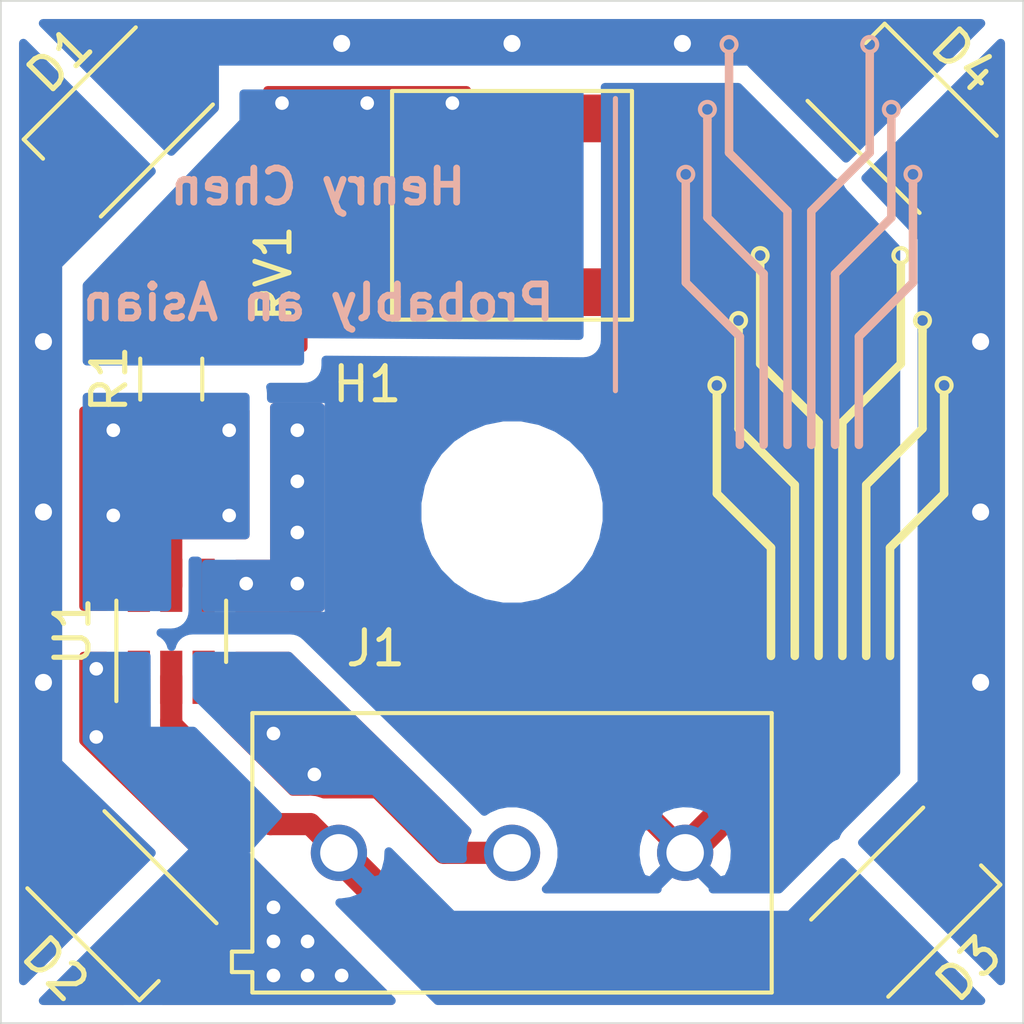
<source format=kicad_pcb>
(kicad_pcb (version 20171130) (host pcbnew "(5.1.5)-3")

  (general
    (thickness 1.6)
    (drawings 467)
    (tracks 87)
    (zones 0)
    (modules 9)
    (nets 11)
  )

  (page A4)
  (layers
    (0 F.Cu signal)
    (31 B.Cu signal)
    (32 B.Adhes user)
    (33 F.Adhes user)
    (34 B.Paste user)
    (35 F.Paste user)
    (36 B.SilkS user hide)
    (37 F.SilkS user)
    (38 B.Mask user)
    (39 F.Mask user)
    (40 Dwgs.User user)
    (41 Cmts.User user)
    (42 Eco1.User user)
    (43 Eco2.User user)
    (44 Edge.Cuts user)
    (45 Margin user)
    (46 B.CrtYd user)
    (47 F.CrtYd user)
    (48 B.Fab user)
    (49 F.Fab user hide)
  )

  (setup
    (last_trace_width 0.5)
    (trace_clearance 0.2)
    (zone_clearance 0.508)
    (zone_45_only no)
    (trace_min 0.2)
    (via_size 0.8)
    (via_drill 0.4)
    (via_min_size 0.4)
    (via_min_drill 0.3)
    (uvia_size 0.3)
    (uvia_drill 0.1)
    (uvias_allowed no)
    (uvia_min_size 0.2)
    (uvia_min_drill 0.1)
    (edge_width 0.05)
    (segment_width 0.2)
    (pcb_text_width 0.3)
    (pcb_text_size 1.5 1.5)
    (mod_edge_width 0.12)
    (mod_text_size 1 1)
    (mod_text_width 0.15)
    (pad_size 4.3 4.3)
    (pad_drill 4.3)
    (pad_to_mask_clearance 0.051)
    (solder_mask_min_width 0.25)
    (aux_axis_origin 0 0)
    (grid_origin 100 100)
    (visible_elements 7FFFFFFF)
    (pcbplotparams
      (layerselection 0x010fc_ffffffff)
      (usegerberextensions false)
      (usegerberattributes false)
      (usegerberadvancedattributes false)
      (creategerberjobfile false)
      (excludeedgelayer true)
      (linewidth 0.150000)
      (plotframeref false)
      (viasonmask false)
      (mode 1)
      (useauxorigin false)
      (hpglpennumber 1)
      (hpglpenspeed 20)
      (hpglpendiameter 15.000000)
      (psnegative false)
      (psa4output false)
      (plotreference true)
      (plotvalue true)
      (plotinvisibletext false)
      (padsonsilk false)
      (subtractmaskfromsilk false)
      (outputformat 1)
      (mirror false)
      (drillshape 1)
      (scaleselection 1)
      (outputdirectory ""))
  )

  (net 0 "")
  (net 1 VCC)
  (net 2 "Net-(D1-Pad1)")
  (net 3 "Net-(D2-Pad1)")
  (net 4 "Net-(D3-Pad1)")
  (net 5 GND)
  (net 6 /EN)
  (net 7 "Net-(R1-Pad2)")
  (net 8 "Net-(R1-Pad1)")
  (net 9 "Net-(RV1-Pad1)")
  (net 10 "Net-(D1-Pad2)")

  (net_class Default "This is the default net class."
    (clearance 0.2)
    (trace_width 0.5)
    (via_dia 0.8)
    (via_drill 0.4)
    (uvia_dia 0.3)
    (uvia_drill 0.1)
    (add_net /EN)
    (add_net GND)
    (add_net "Net-(D1-Pad1)")
    (add_net "Net-(D1-Pad2)")
    (add_net "Net-(D2-Pad1)")
    (add_net "Net-(D3-Pad1)")
    (add_net "Net-(R1-Pad1)")
    (add_net "Net-(R1-Pad2)")
    (add_net "Net-(RV1-Pad1)")
    (add_net VCC)
  )

  (module Custom:TE-C_3_Pos_Buchanan_Screw_Terminal (layer F.Cu) (tedit 5EB7838D) (tstamp 5EB75CC9)
    (at 115 95)
    (path /5EB74930)
    (fp_text reference J1 (at -4 -6) (layer F.SilkS)
      (effects (font (size 1 1) (thickness 0.15)))
    )
    (fp_text value Screw_Terminal_01x03 (at 0 -6.4) (layer F.Fab)
      (effects (font (size 1 1) (thickness 0.15)))
    )
    (fp_line (start 7.62 -4.1) (end 7.62 4.1) (layer F.SilkS) (width 0.12))
    (fp_line (start -7.62 3.5) (end -7.62 4.1) (layer F.SilkS) (width 0.12))
    (fp_line (start -8.12 -4.6) (end -8.12 2.6) (layer F.CrtYd) (width 0.12))
    (fp_line (start 8.12 -4.6) (end 8.12 4.6) (layer F.CrtYd) (width 0.12))
    (fp_line (start 8.12 -4.6) (end -8.12 -4.6) (layer F.CrtYd) (width 0.12))
    (fp_line (start -8.12 4.6) (end 8.12 4.6) (layer F.CrtYd) (width 0.12))
    (fp_line (start -8.52 2.6) (end -8.52 3.8) (layer F.CrtYd) (width 0.12))
    (fp_line (start -8.52 2.6) (end -8.12 2.6) (layer F.CrtYd) (width 0.12))
    (fp_line (start -8.12 4.6) (end -8.12 3.8) (layer F.CrtYd) (width 0.12))
    (fp_line (start -8.52 3.8) (end -8.12 3.8) (layer F.CrtYd) (width 0.12))
    (fp_text user Front (at 0 2.54) (layer Dwgs.User)
      (effects (font (size 1 1) (thickness 0.15)))
    )
    (fp_line (start -7.62 -4.1) (end 7.62 -4.1) (layer F.SilkS) (width 0.12))
    (fp_line (start -7.62 -4.1) (end -7.62 2.9) (layer F.SilkS) (width 0.12))
    (fp_line (start -7.62 2.9) (end -8.22 2.9) (layer F.SilkS) (width 0.12))
    (fp_line (start -8.22 2.9) (end -8.22 3.5) (layer F.SilkS) (width 0.12))
    (fp_line (start -8.22 3.5) (end -7.62 3.5) (layer F.SilkS) (width 0.12))
    (fp_line (start -7.62 4.1) (end 7.62 4.1) (layer F.SilkS) (width 0.12))
    (pad 1 thru_hole circle (at -5.08 0) (size 1.65 1.65) (drill 1.1) (layers *.Cu *.Mask)
      (net 1 VCC))
    (pad 2 thru_hole circle (at 0 0) (size 1.65 1.65) (drill 1.1) (layers *.Cu *.Mask)
      (net 6 /EN))
    (pad 3 thru_hole circle (at 5.08 0) (size 1.65 1.65) (drill 1.1) (layers *.Cu *.Mask)
      (net 5 GND))
  )

  (module Custom:Bourns_3361_Pot (layer F.Cu) (tedit 5EB70D02) (tstamp 5EB75CE5)
    (at 115 76 90)
    (path /5EB854CF)
    (fp_text reference RV1 (at -2 -7 90) (layer F.SilkS)
      (effects (font (size 1 1) (thickness 0.15)))
    )
    (fp_text value 20 (at 0 -7.5 90) (layer F.Fab)
      (effects (font (size 1 1) (thickness 0.15)))
    )
    (fp_line (start -3.855 5.35) (end 3.875 5.35) (layer F.CrtYd) (width 0.12))
    (fp_line (start 3.875 -5.35) (end -3.855 -5.35) (layer F.CrtYd) (width 0.12))
    (fp_line (start 3.875 5.35) (end 3.875 -5.35) (layer F.CrtYd) (width 0.12))
    (fp_line (start 3.355 3.52) (end -3.355 3.52) (layer F.SilkS) (width 0.12))
    (fp_line (start -3.355 -3.52) (end 3.355 -3.52) (layer F.SilkS) (width 0.12))
    (fp_line (start 3.355 -3.52) (end 3.355 3.52) (layer F.SilkS) (width 0.12))
    (fp_line (start -3.355 -3.52) (end -3.355 3.52) (layer F.SilkS) (width 0.12))
    (fp_line (start -3.855 5.35) (end -3.855 -5.35) (layer F.CrtYd) (width 0.12))
    (pad 3 smd rect (at 2.55 3.1 90) (size 1.4 3.5) (layers F.Cu F.Paste F.Mask)
      (net 5 GND))
    (pad 1 smd rect (at -2.55 3.1 90) (size 1.4 3.5) (layers F.Cu F.Paste F.Mask)
      (net 9 "Net-(RV1-Pad1)"))
    (pad 2 smd rect (at 0 -3.1 90) (size 1.4 3.5) (layers F.Cu F.Paste F.Mask)
      (net 7 "Net-(R1-Pad2)"))
  )

  (module Package_TO_SOT_SMD:SOT-23-6_Handsoldering (layer F.Cu) (tedit 5A02FF57) (tstamp 5EB760EC)
    (at 105 88.5 90)
    (descr "6-pin SOT-23 package, Handsoldering")
    (tags "SOT-23-6 Handsoldering")
    (path /5EB7BF0A)
    (attr smd)
    (fp_text reference U1 (at 0 -2.9 90) (layer F.SilkS)
      (effects (font (size 1 1) (thickness 0.15)))
    )
    (fp_text value AL5802 (at 0 2.9 90) (layer F.Fab)
      (effects (font (size 1 1) (thickness 0.15)))
    )
    (fp_line (start 0.9 -1.55) (end 0.9 1.55) (layer F.Fab) (width 0.1))
    (fp_line (start 0.9 1.55) (end -0.9 1.55) (layer F.Fab) (width 0.1))
    (fp_line (start -0.9 -0.9) (end -0.9 1.55) (layer F.Fab) (width 0.1))
    (fp_line (start 0.9 -1.55) (end -0.25 -1.55) (layer F.Fab) (width 0.1))
    (fp_line (start -0.9 -0.9) (end -0.25 -1.55) (layer F.Fab) (width 0.1))
    (fp_line (start -2.4 -1.8) (end 2.4 -1.8) (layer F.CrtYd) (width 0.05))
    (fp_line (start 2.4 -1.8) (end 2.4 1.8) (layer F.CrtYd) (width 0.05))
    (fp_line (start 2.4 1.8) (end -2.4 1.8) (layer F.CrtYd) (width 0.05))
    (fp_line (start -2.4 1.8) (end -2.4 -1.8) (layer F.CrtYd) (width 0.05))
    (fp_line (start 0.9 -1.61) (end -2.05 -1.61) (layer F.SilkS) (width 0.12))
    (fp_line (start -0.9 1.61) (end 0.9 1.61) (layer F.SilkS) (width 0.12))
    (fp_text user %R (at 0 0) (layer F.Fab)
      (effects (font (size 0.5 0.5) (thickness 0.075)))
    )
    (pad 5 smd rect (at 1.35 0 90) (size 1.56 0.65) (layers F.Cu F.Paste F.Mask)
      (net 8 "Net-(R1-Pad1)"))
    (pad 6 smd rect (at 1.35 -0.95 90) (size 1.56 0.65) (layers F.Cu F.Paste F.Mask)
      (net 8 "Net-(R1-Pad1)"))
    (pad 4 smd rect (at 1.35 0.95 90) (size 1.56 0.65) (layers F.Cu F.Paste F.Mask)
      (net 5 GND))
    (pad 3 smd rect (at -1.35 0.95 90) (size 1.56 0.65) (layers F.Cu F.Paste F.Mask)
      (net 6 /EN))
    (pad 2 smd rect (at -1.35 0 90) (size 1.56 0.65) (layers F.Cu F.Paste F.Mask)
      (net 1 VCC))
    (pad 1 smd rect (at -1.35 -0.95 90) (size 1.56 0.65) (layers F.Cu F.Paste F.Mask)
      (net 3 "Net-(D2-Pad1)"))
    (model ${KISYS3DMOD}/Package_TO_SOT_SMD.3dshapes/SOT-23-6.wrl
      (at (xyz 0 0 0))
      (scale (xyz 1 1 1))
      (rotate (xyz 0 0 0))
    )
  )

  (module MountingHole:MountingHole_4.3mm_M4 (layer F.Cu) (tedit 56D1B4CB) (tstamp 5EB784BA)
    (at 115 85)
    (descr "Mounting Hole 4.3mm, no annular, M4")
    (tags "mounting hole 4.3mm no annular m4")
    (path /5EB8BFEE)
    (attr virtual)
    (fp_text reference H1 (at -4.25 -3.75) (layer F.SilkS)
      (effects (font (size 1 1) (thickness 0.15)))
    )
    (fp_text value MountingHole (at 0 5.3) (layer F.Fab)
      (effects (font (size 1 1) (thickness 0.15)))
    )
    (fp_circle (center 0 0) (end 4.55 0) (layer F.CrtYd) (width 0.05))
    (fp_circle (center 0 0) (end 4.3 0) (layer Cmts.User) (width 0.15))
    (fp_text user %R (at 0.3 0) (layer F.Fab)
      (effects (font (size 1 1) (thickness 0.15)))
    )
    (pad 1 np_thru_hole circle (at 0 0) (size 4.3 4.3) (drill 4.3) (layers *.Cu *.Mask))
  )

  (module Resistor_SMD:R_1206_3216Metric_Pad1.42x1.75mm_HandSolder (layer F.Cu) (tedit 5B301BBD) (tstamp 5EB75CDA)
    (at 105 81.1 90)
    (descr "Resistor SMD 1206 (3216 Metric), square (rectangular) end terminal, IPC_7351 nominal with elongated pad for handsoldering. (Body size source: http://www.tortai-tech.com/upload/download/2011102023233369053.pdf), generated with kicad-footprint-generator")
    (tags "resistor handsolder")
    (path /5EB837D7)
    (attr smd)
    (fp_text reference R1 (at 0 -1.82 90) (layer F.SilkS)
      (effects (font (size 1 1) (thickness 0.15)))
    )
    (fp_text value 43 (at 0 1.82 90) (layer F.Fab)
      (effects (font (size 1 1) (thickness 0.15)))
    )
    (fp_text user %R (at 0 0 90) (layer F.Fab)
      (effects (font (size 0.8 0.8) (thickness 0.12)))
    )
    (fp_line (start 2.45 1.12) (end -2.45 1.12) (layer F.CrtYd) (width 0.05))
    (fp_line (start 2.45 -1.12) (end 2.45 1.12) (layer F.CrtYd) (width 0.05))
    (fp_line (start -2.45 -1.12) (end 2.45 -1.12) (layer F.CrtYd) (width 0.05))
    (fp_line (start -2.45 1.12) (end -2.45 -1.12) (layer F.CrtYd) (width 0.05))
    (fp_line (start -0.602064 0.91) (end 0.602064 0.91) (layer F.SilkS) (width 0.12))
    (fp_line (start -0.602064 -0.91) (end 0.602064 -0.91) (layer F.SilkS) (width 0.12))
    (fp_line (start 1.6 0.8) (end -1.6 0.8) (layer F.Fab) (width 0.1))
    (fp_line (start 1.6 -0.8) (end 1.6 0.8) (layer F.Fab) (width 0.1))
    (fp_line (start -1.6 -0.8) (end 1.6 -0.8) (layer F.Fab) (width 0.1))
    (fp_line (start -1.6 0.8) (end -1.6 -0.8) (layer F.Fab) (width 0.1))
    (pad 2 smd roundrect (at 1.4875 0 90) (size 1.425 1.75) (layers F.Cu F.Paste F.Mask) (roundrect_rratio 0.175439)
      (net 7 "Net-(R1-Pad2)"))
    (pad 1 smd roundrect (at -1.4875 0 90) (size 1.425 1.75) (layers F.Cu F.Paste F.Mask) (roundrect_rratio 0.175439)
      (net 8 "Net-(R1-Pad1)"))
    (model ${KISYS3DMOD}/Resistor_SMD.3dshapes/R_1206_3216Metric.wrl
      (at (xyz 0 0 0))
      (scale (xyz 1 1 1))
      (rotate (xyz 0 0 0))
    )
  )

  (module LED_SMD:LED_PLCC-2 (layer F.Cu) (tedit 59959404) (tstamp 5EB75CB1)
    (at 126.5 73.5 315)
    (descr "LED PLCC-2 SMD package")
    (tags "LED PLCC-2 SMD")
    (path /5EB70290)
    (attr smd)
    (fp_text reference D4 (at 0 -2.5 135) (layer F.SilkS)
      (effects (font (size 1 1) (thickness 0.15)))
    )
    (fp_text value LED_ALT (at 0 2.5 135) (layer F.Fab)
      (effects (font (size 1 1) (thickness 0.15)))
    )
    (fp_text user %R (at 0 0 135) (layer F.Fab)
      (effects (font (size 0.4 0.4) (thickness 0.1)))
    )
    (fp_line (start -2.4 -1.6) (end -2.4 -0.8) (layer F.SilkS) (width 0.12))
    (fp_line (start 2.25 -1.6) (end -2.4 -1.6) (layer F.SilkS) (width 0.12))
    (fp_line (start 2.25 1.6) (end -2.4 1.6) (layer F.SilkS) (width 0.12))
    (fp_line (start -2.65 1.85) (end -2.65 -1.85) (layer F.CrtYd) (width 0.05))
    (fp_line (start 2.5 1.85) (end -2.65 1.85) (layer F.CrtYd) (width 0.05))
    (fp_line (start 2.5 -1.85) (end 2.5 1.85) (layer F.CrtYd) (width 0.05))
    (fp_line (start -2.65 -1.85) (end 2.5 -1.85) (layer F.CrtYd) (width 0.05))
    (fp_line (start -1.7 1.5) (end 1.7 1.5) (layer F.Fab) (width 0.1))
    (fp_line (start -1.7 -1.5) (end -1.7 1.5) (layer F.Fab) (width 0.1))
    (fp_line (start 1.7 -1.5) (end -1.7 -1.5) (layer F.Fab) (width 0.1))
    (fp_line (start 1.7 1.5) (end 1.7 -1.5) (layer F.Fab) (width 0.1))
    (fp_line (start -1.7 -0.6) (end -0.8 -1.5) (layer F.Fab) (width 0.1))
    (fp_circle (center 0 0) (end 0 -1.25) (layer F.Fab) (width 0.1))
    (pad 2 smd rect (at 1.5 0 315) (size 1.5 2.6) (layers F.Cu F.Paste F.Mask)
      (net 4 "Net-(D3-Pad1)"))
    (pad 1 smd rect (at -1.5 0 315) (size 1.5 2.6) (layers F.Cu F.Paste F.Mask)
      (net 10 "Net-(D1-Pad2)"))
    (model ${KISYS3DMOD}/LED_SMD.3dshapes/LED_PLCC-2.wrl
      (at (xyz 0 0 0))
      (scale (xyz 1 1 1))
      (rotate (xyz 0 0 0))
    )
  )

  (module LED_SMD:LED_PLCC-2 (layer F.Cu) (tedit 59959404) (tstamp 5EB75C9D)
    (at 126.5 96.5 225)
    (descr "LED PLCC-2 SMD package")
    (tags "LED PLCC-2 SMD")
    (path /5EB6FDB1)
    (attr smd)
    (fp_text reference D3 (at 0 -2.687006 45) (layer F.SilkS)
      (effects (font (size 1 1) (thickness 0.15)))
    )
    (fp_text value LED_ALT (at 0 2.5 45) (layer F.Fab)
      (effects (font (size 1 1) (thickness 0.15)))
    )
    (fp_circle (center 0 0) (end 0 -1.25) (layer F.Fab) (width 0.1))
    (fp_line (start -1.7 -0.6) (end -0.8 -1.5) (layer F.Fab) (width 0.1))
    (fp_line (start 1.7 1.5) (end 1.7 -1.5) (layer F.Fab) (width 0.1))
    (fp_line (start 1.7 -1.5) (end -1.7 -1.5) (layer F.Fab) (width 0.1))
    (fp_line (start -1.7 -1.5) (end -1.7 1.5) (layer F.Fab) (width 0.1))
    (fp_line (start -1.7 1.5) (end 1.7 1.5) (layer F.Fab) (width 0.1))
    (fp_line (start -2.65 -1.85) (end 2.5 -1.85) (layer F.CrtYd) (width 0.05))
    (fp_line (start 2.5 -1.85) (end 2.5 1.85) (layer F.CrtYd) (width 0.05))
    (fp_line (start 2.5 1.85) (end -2.65 1.85) (layer F.CrtYd) (width 0.05))
    (fp_line (start -2.65 1.85) (end -2.65 -1.85) (layer F.CrtYd) (width 0.05))
    (fp_line (start 2.25 1.6) (end -2.4 1.6) (layer F.SilkS) (width 0.12))
    (fp_line (start 2.25 -1.6) (end -2.4 -1.6) (layer F.SilkS) (width 0.12))
    (fp_line (start -2.4 -1.6) (end -2.4 -0.8) (layer F.SilkS) (width 0.12))
    (fp_text user %R (at 0 0 45) (layer F.Fab)
      (effects (font (size 0.4 0.4) (thickness 0.1)))
    )
    (pad 1 smd rect (at -1.5 0 225) (size 1.5 2.6) (layers F.Cu F.Paste F.Mask)
      (net 4 "Net-(D3-Pad1)"))
    (pad 2 smd rect (at 1.5 0 225) (size 1.5 2.6) (layers F.Cu F.Paste F.Mask)
      (net 1 VCC))
    (model ${KISYS3DMOD}/LED_SMD.3dshapes/LED_PLCC-2.wrl
      (at (xyz 0 0 0))
      (scale (xyz 1 1 1))
      (rotate (xyz 0 0 0))
    )
  )

  (module LED_SMD:LED_PLCC-2 (layer F.Cu) (tedit 59959404) (tstamp 5EB75C89)
    (at 103.5 96.5 135)
    (descr "LED PLCC-2 SMD package")
    (tags "LED PLCC-2 SMD")
    (path /5EB6F790)
    (attr smd)
    (fp_text reference D2 (at 0 -2.687006 135) (layer F.SilkS)
      (effects (font (size 1 1) (thickness 0.15)))
    )
    (fp_text value LED_ALT (at 0 2.5 135) (layer F.Fab)
      (effects (font (size 1 1) (thickness 0.15)))
    )
    (fp_text user %R (at 0 0 135) (layer F.Fab)
      (effects (font (size 0.4 0.4) (thickness 0.1)))
    )
    (fp_line (start -2.4 -1.6) (end -2.4 -0.8) (layer F.SilkS) (width 0.12))
    (fp_line (start 2.25 -1.6) (end -2.4 -1.6) (layer F.SilkS) (width 0.12))
    (fp_line (start 2.25 1.6) (end -2.4 1.6) (layer F.SilkS) (width 0.12))
    (fp_line (start -2.65 1.85) (end -2.65 -1.85) (layer F.CrtYd) (width 0.05))
    (fp_line (start 2.5 1.85) (end -2.65 1.85) (layer F.CrtYd) (width 0.05))
    (fp_line (start 2.5 -1.85) (end 2.5 1.85) (layer F.CrtYd) (width 0.05))
    (fp_line (start -2.65 -1.85) (end 2.5 -1.85) (layer F.CrtYd) (width 0.05))
    (fp_line (start -1.7 1.5) (end 1.7 1.5) (layer F.Fab) (width 0.1))
    (fp_line (start -1.7 -1.5) (end -1.7 1.5) (layer F.Fab) (width 0.1))
    (fp_line (start 1.7 -1.5) (end -1.7 -1.5) (layer F.Fab) (width 0.1))
    (fp_line (start 1.7 1.5) (end 1.7 -1.5) (layer F.Fab) (width 0.1))
    (fp_line (start -1.7 -0.6) (end -0.8 -1.5) (layer F.Fab) (width 0.1))
    (fp_circle (center 0 0) (end 0 -1.25) (layer F.Fab) (width 0.1))
    (pad 2 smd rect (at 1.5 0 135) (size 1.5 2.6) (layers F.Cu F.Paste F.Mask)
      (net 2 "Net-(D1-Pad1)"))
    (pad 1 smd rect (at -1.5 0 135) (size 1.5 2.6) (layers F.Cu F.Paste F.Mask)
      (net 3 "Net-(D2-Pad1)"))
    (model ${KISYS3DMOD}/LED_SMD.3dshapes/LED_PLCC-2.wrl
      (at (xyz 0 0 0))
      (scale (xyz 1 1 1))
      (rotate (xyz 0 0 0))
    )
  )

  (module LED_SMD:LED_PLCC-2 (layer F.Cu) (tedit 59959404) (tstamp 5EB75C75)
    (at 103.5 73.5 45)
    (descr "LED PLCC-2 SMD package")
    (tags "LED PLCC-2 SMD")
    (path /5EB6E89D)
    (attr smd)
    (fp_text reference D1 (at 0 -2.5 45) (layer F.SilkS)
      (effects (font (size 1 1) (thickness 0.15)))
    )
    (fp_text value LED_ALT (at 0 2.5 45) (layer F.Fab)
      (effects (font (size 1 1) (thickness 0.15)))
    )
    (fp_text user %R (at 0 0 45) (layer F.Fab)
      (effects (font (size 0.4 0.4) (thickness 0.1)))
    )
    (fp_line (start -2.4 -1.6) (end -2.4 -0.8) (layer F.SilkS) (width 0.12))
    (fp_line (start 2.25 -1.6) (end -2.4 -1.6) (layer F.SilkS) (width 0.12))
    (fp_line (start 2.25 1.6) (end -2.4 1.6) (layer F.SilkS) (width 0.12))
    (fp_line (start -2.65 1.85) (end -2.65 -1.85) (layer F.CrtYd) (width 0.05))
    (fp_line (start 2.5 1.85) (end -2.65 1.85) (layer F.CrtYd) (width 0.05))
    (fp_line (start 2.5 -1.85) (end 2.5 1.85) (layer F.CrtYd) (width 0.05))
    (fp_line (start -2.65 -1.85) (end 2.5 -1.85) (layer F.CrtYd) (width 0.05))
    (fp_line (start -1.7 1.5) (end 1.7 1.5) (layer F.Fab) (width 0.1))
    (fp_line (start -1.7 -1.5) (end -1.7 1.5) (layer F.Fab) (width 0.1))
    (fp_line (start 1.7 -1.5) (end -1.7 -1.5) (layer F.Fab) (width 0.1))
    (fp_line (start 1.7 1.5) (end 1.7 -1.5) (layer F.Fab) (width 0.1))
    (fp_line (start -1.7 -0.6) (end -0.8 -1.5) (layer F.Fab) (width 0.1))
    (fp_circle (center 0 0) (end 0 -1.25) (layer F.Fab) (width 0.1))
    (pad 2 smd rect (at 1.5 0 45) (size 1.5 2.6) (layers F.Cu F.Paste F.Mask)
      (net 10 "Net-(D1-Pad2)"))
    (pad 1 smd rect (at -1.5 0 45) (size 1.5 2.6) (layers F.Cu F.Paste F.Mask)
      (net 2 "Net-(D1-Pad1)"))
    (model ${KISYS3DMOD}/LED_SMD.3dshapes/LED_PLCC-2.wrl
      (at (xyz 0 0 0))
      (scale (xyz 1 1 1))
      (rotate (xyz 0 0 0))
    )
  )

  (gr_line (start 127.61574 81.622055) (end 127.61574 81.522995) (layer F.SilkS) (width 0.12) (tstamp 5EB79AC7))
  (gr_line (start 127.74274 81.619515) (end 127.74274 81.533155) (layer F.SilkS) (width 0.12) (tstamp 5EB79AC6))
  (gr_circle (center 127.67924 81.284235) (end 127.89724 81.284235) (layer F.SilkS) (width 0.124) (tstamp 5EB79AC5))
  (gr_line (start 127.679238 84.459236) (end 127.67924 81.576335) (layer F.SilkS) (width 0.25) (tstamp 5EB79AC4))
  (gr_line (start 126.980742 79.717055) (end 126.980742 79.617995) (layer F.SilkS) (width 0.12) (tstamp 5EB79AC7))
  (gr_line (start 127.107742 79.714515) (end 127.107742 79.628155) (layer F.SilkS) (width 0.12) (tstamp 5EB79AC6))
  (gr_circle (center 127.044242 79.379235) (end 127.262242 79.379235) (layer F.SilkS) (width 0.124) (tstamp 5EB79AC5))
  (gr_line (start 127.04424 82.554236) (end 127.044242 79.671335) (layer F.SilkS) (width 0.25) (tstamp 5EB79AC4))
  (gr_line (start 126.345741 77.812054) (end 126.345741 77.712994) (layer F.SilkS) (width 0.12) (tstamp 5EB79AC7))
  (gr_line (start 126.472741 77.809514) (end 126.472741 77.723154) (layer F.SilkS) (width 0.12) (tstamp 5EB79AC6))
  (gr_circle (center 126.409241 77.474234) (end 126.627241 77.474234) (layer F.SilkS) (width 0.124) (tstamp 5EB79AC5))
  (gr_line (start 126.409239 80.649235) (end 126.409241 77.766334) (layer F.SilkS) (width 0.25) (tstamp 5EB79AC4))
  (gr_line (start 122.218241 77.812054) (end 122.218241 77.712994) (layer F.SilkS) (width 0.12) (tstamp 5EB79AC7))
  (gr_line (start 122.345241 77.809514) (end 122.345241 77.723154) (layer F.SilkS) (width 0.12) (tstamp 5EB79AC6))
  (gr_circle (center 122.281741 77.474234) (end 122.499741 77.474234) (layer F.SilkS) (width 0.124) (tstamp 5EB79AC5))
  (gr_line (start 122.281739 80.649235) (end 122.281741 77.766334) (layer F.SilkS) (width 0.25) (tstamp 5EB79AC4))
  (gr_line (start 121.583241 79.717055) (end 121.583241 79.617995) (layer F.SilkS) (width 0.12) (tstamp 5EB79AC7))
  (gr_line (start 121.710241 79.714515) (end 121.710241 79.628155) (layer F.SilkS) (width 0.12) (tstamp 5EB79AC6))
  (gr_circle (center 121.646741 79.379235) (end 121.864741 79.379235) (layer F.SilkS) (width 0.124) (tstamp 5EB79AC5))
  (gr_line (start 121.646739 82.554236) (end 121.646741 79.671335) (layer F.SilkS) (width 0.25) (tstamp 5EB79AC4))
  (gr_line (start 120.94824 81.622055) (end 120.94824 81.522995) (layer F.SilkS) (width 0.12) (tstamp 5EB79AC7))
  (gr_line (start 121.07524 81.619515) (end 121.07524 81.533155) (layer F.SilkS) (width 0.12) (tstamp 5EB79AC6))
  (gr_circle (center 121.01174 81.284235) (end 121.22974 81.284235) (layer F.SilkS) (width 0.124) (tstamp 5EB79AC5))
  (gr_line (start 121.011738 84.459236) (end 121.01174 81.576335) (layer F.SilkS) (width 0.25) (tstamp 5EB79AC4))
  (gr_line (start 124.694739 89.221735) (end 124.694739 82.363736) (layer F.SilkS) (width 0.25))
  (gr_line (start 124.694739 82.363736) (end 126.409239 80.649235) (layer F.SilkS) (width 0.25))
  (gr_line (start 122.59924 89.221735) (end 122.59924 86.046736) (layer F.SilkS) (width 0.25))
  (gr_line (start 122.59924 86.046736) (end 121.011738 84.459236) (layer F.SilkS) (width 0.25))
  (gr_line (start 123.29774 89.221735) (end 123.29774 84.205236) (layer F.SilkS) (width 0.25))
  (gr_line (start 123.29774 84.205236) (end 121.646739 82.554236) (layer F.SilkS) (width 0.25))
  (gr_line (start 125.393239 89.221735) (end 125.393239 84.205236) (layer F.SilkS) (width 0.25))
  (gr_line (start 123.996239 89.221735) (end 123.996239 82.363736) (layer F.SilkS) (width 0.25))
  (gr_line (start 125.393239 84.205236) (end 127.04424 82.554236) (layer F.SilkS) (width 0.25))
  (gr_line (start 123.996239 82.363736) (end 122.281739 80.649235) (layer F.SilkS) (width 0.25))
  (gr_line (start 126.091738 89.221735) (end 126.091738 86.046736) (layer F.SilkS) (width 0.25))
  (gr_line (start 126.091738 86.046736) (end 127.679238 84.459236) (layer F.SilkS) (width 0.25))
  (gr_line (start 126.702075 75.427729) (end 126.702075 75.328669) (layer B.SilkS) (width 0.12) (tstamp 5EB79AC7))
  (gr_line (start 126.829075 75.425189) (end 126.829075 75.338829) (layer B.SilkS) (width 0.12) (tstamp 5EB79AC6))
  (gr_circle (center 126.765575 75.089909) (end 126.983575 75.089909) (layer B.SilkS) (width 0.124) (tstamp 5EB79AC5))
  (gr_line (start 126.765573 78.26491) (end 126.765575 75.382009) (layer B.SilkS) (width 0.25) (tstamp 5EB79AC4))
  (gr_line (start 126.067077 73.522729) (end 126.067077 73.423669) (layer B.SilkS) (width 0.12) (tstamp 5EB79AC7))
  (gr_line (start 126.194077 73.520189) (end 126.194077 73.433829) (layer B.SilkS) (width 0.12) (tstamp 5EB79AC6))
  (gr_circle (center 126.130577 73.184909) (end 126.348577 73.184909) (layer B.SilkS) (width 0.124) (tstamp 5EB79AC5))
  (gr_line (start 126.130575 76.35991) (end 126.130577 73.477009) (layer B.SilkS) (width 0.25) (tstamp 5EB79AC4))
  (gr_line (start 125.432076 71.617728) (end 125.432076 71.518668) (layer B.SilkS) (width 0.12) (tstamp 5EB79AC7))
  (gr_line (start 125.559076 71.615188) (end 125.559076 71.528828) (layer B.SilkS) (width 0.12) (tstamp 5EB79AC6))
  (gr_circle (center 125.495576 71.279908) (end 125.713576 71.279908) (layer B.SilkS) (width 0.124) (tstamp 5EB79AC5))
  (gr_line (start 125.495574 74.454909) (end 125.495576 71.572008) (layer B.SilkS) (width 0.25) (tstamp 5EB79AC4))
  (gr_line (start 121.304576 71.617728) (end 121.304576 71.518668) (layer B.SilkS) (width 0.12) (tstamp 5EB79AC7))
  (gr_line (start 121.431576 71.615188) (end 121.431576 71.528828) (layer B.SilkS) (width 0.12) (tstamp 5EB79AC6))
  (gr_circle (center 121.368076 71.279908) (end 121.586076 71.279908) (layer B.SilkS) (width 0.124) (tstamp 5EB79AC5))
  (gr_line (start 121.368074 74.454909) (end 121.368076 71.572008) (layer B.SilkS) (width 0.25) (tstamp 5EB79AC4))
  (gr_line (start 120.669576 73.522729) (end 120.669576 73.423669) (layer B.SilkS) (width 0.12) (tstamp 5EB79AC7))
  (gr_line (start 120.796576 73.520189) (end 120.796576 73.433829) (layer B.SilkS) (width 0.12) (tstamp 5EB79AC6))
  (gr_circle (center 120.733076 73.184909) (end 120.951076 73.184909) (layer B.SilkS) (width 0.124) (tstamp 5EB79AC5))
  (gr_line (start 120.733074 76.35991) (end 120.733076 73.477009) (layer B.SilkS) (width 0.25) (tstamp 5EB79AC4))
  (gr_line (start 120.034575 75.427729) (end 120.034575 75.328669) (layer B.SilkS) (width 0.12))
  (gr_line (start 120.161575 75.425189) (end 120.161575 75.338829) (layer B.SilkS) (width 0.12))
  (gr_circle (center 120.098075 75.089909) (end 120.316075 75.089909) (layer B.SilkS) (width 0.124))
  (gr_line (start 107.49396 78.63956) (end 107.49396 78.63956) (layer B.SilkS) (width 0.2))
  (gr_line (start 107.732085 78.687185) (end 107.732085 78.687185) (layer B.SilkS) (width 0.2))
  (gr_line (start 108.350575 78.924675) (end 108.25596 78.877049) (layer B.SilkS) (width 0.2))
  (gr_line (start 108.350575 78.924675) (end 108.350575 78.924675) (layer B.SilkS) (width 0.2))
  (gr_line (start 107.39871 78.687185) (end 107.39871 78.687185) (layer B.SilkS) (width 0.2))
  (gr_line (start 107.636835 78.63956) (end 107.636835 78.63956) (layer B.SilkS) (width 0.2))
  (gr_line (start 107.77971 78.63956) (end 107.77971 79.305674) (layer B.SilkS) (width 0.2))
  (gr_line (start 105.30321 79.25805) (end 105.20796 79.305674) (layer B.SilkS) (width 0.2))
  (gr_line (start 105.922335 78.306185) (end 105.58896 79.305674) (layer B.SilkS) (width 0.2))
  (gr_line (start 105.922335 78.306185) (end 105.922335 78.306185) (layer B.SilkS) (width 0.2))
  (gr_line (start 106.25571 79.305674) (end 105.922335 78.306185) (layer B.SilkS) (width 0.2))
  (gr_line (start 106.16046 79.019925) (end 105.68421 79.019925) (layer B.SilkS) (width 0.2))
  (gr_line (start 107.351085 78.7818) (end 107.351085 79.305674) (layer B.SilkS) (width 0.2))
  (gr_line (start 107.351085 78.7818) (end 107.351085 78.7818) (layer B.SilkS) (width 0.2))
  (gr_line (start 107.49396 78.63956) (end 107.39871 78.687185) (layer B.SilkS) (width 0.2))
  (gr_line (start 107.636835 78.63956) (end 107.49396 78.63956) (layer B.SilkS) (width 0.2))
  (gr_line (start 107.732085 78.687185) (end 107.636835 78.63956) (layer B.SilkS) (width 0.2))
  (gr_line (start 107.77971 78.73481) (end 107.732085 78.687185) (layer B.SilkS) (width 0.2))
  (gr_line (start 107.39871 78.687185) (end 107.351085 78.7818) (layer B.SilkS) (width 0.2))
  (gr_line (start 103.87446 78.63956) (end 103.87446 78.63956) (layer B.SilkS) (width 0.2))
  (gr_line (start 105.30321 78.7818) (end 105.255585 78.687185) (layer B.SilkS) (width 0.2))
  (gr_line (start 104.92221 79.25805) (end 104.874585 79.1628) (layer B.SilkS) (width 0.2))
  (gr_line (start 104.874585 79.1628) (end 104.874585 79.115175) (layer B.SilkS) (width 0.2))
  (gr_line (start 104.44596 78.401435) (end 104.398335 78.35381) (layer B.SilkS) (width 0.2))
  (gr_line (start 105.30321 78.829425) (end 105.30321 78.7818) (layer B.SilkS) (width 0.2))
  (gr_line (start 105.30321 78.829425) (end 105.30321 78.829425) (layer B.SilkS) (width 0.2))
  (gr_line (start 105.01746 78.972299) (end 105.160335 78.972299) (layer B.SilkS) (width 0.2))
  (gr_line (start 105.20796 79.305674) (end 105.01746 79.305674) (layer B.SilkS) (width 0.2))
  (gr_line (start 104.44596 78.306185) (end 104.44596 78.401435) (layer B.SilkS) (width 0.2))
  (gr_line (start 104.44596 79.305674) (end 104.44596 78.63956) (layer B.SilkS) (width 0.2))
  (gr_line (start 103.636335 78.924675) (end 103.541085 78.877049) (layer B.SilkS) (width 0.2))
  (gr_line (start 104.874585 79.115175) (end 104.874585 79.115175) (layer B.SilkS) (width 0.2))
  (gr_line (start 103.636335 79.305674) (end 103.636335 79.305674) (layer B.SilkS) (width 0.2))
  (gr_line (start 103.96971 78.972299) (end 103.87446 78.924675) (layer B.SilkS) (width 0.2))
  (gr_line (start 103.541085 79.25805) (end 103.636335 79.305674) (layer B.SilkS) (width 0.2))
  (gr_line (start 104.874585 79.115175) (end 104.92221 79.019925) (layer B.SilkS) (width 0.2))
  (gr_line (start 104.874585 79.1628) (end 104.874585 79.1628) (layer B.SilkS) (width 0.2))
  (gr_line (start 104.398335 78.35381) (end 104.44596 78.306185) (layer B.SilkS) (width 0.2))
  (gr_line (start 105.255585 78.924675) (end 105.30321 78.829425) (layer B.SilkS) (width 0.2))
  (gr_line (start 103.636335 78.924675) (end 103.636335 78.924675) (layer B.SilkS) (width 0.2))
  (gr_line (start 103.87446 78.924675) (end 103.636335 78.924675) (layer B.SilkS) (width 0.2))
  (gr_line (start 103.96971 78.972299) (end 103.96971 78.972299) (layer B.SilkS) (width 0.2))
  (gr_line (start 103.68396 78.63956) (end 103.87446 78.63956) (layer B.SilkS) (width 0.2))
  (gr_line (start 104.92221 79.25805) (end 104.92221 79.25805) (layer B.SilkS) (width 0.2))
  (gr_line (start 105.01746 79.305674) (end 105.01746 79.305674) (layer B.SilkS) (width 0.2))
  (gr_line (start 103.87446 78.924675) (end 103.87446 78.924675) (layer B.SilkS) (width 0.2))
  (gr_line (start 103.87446 78.63956) (end 103.96971 78.687185) (layer B.SilkS) (width 0.2))
  (gr_line (start 104.017335 79.06755) (end 103.96971 78.972299) (layer B.SilkS) (width 0.2))
  (gr_line (start 104.017335 79.06755) (end 104.017335 79.06755) (layer B.SilkS) (width 0.2))
  (gr_line (start 103.87446 79.305674) (end 103.96971 79.25805) (layer B.SilkS) (width 0.2))
  (gr_line (start 103.87446 79.305674) (end 103.87446 79.305674) (layer B.SilkS) (width 0.2))
  (gr_line (start 103.58871 78.687185) (end 103.68396 78.63956) (layer B.SilkS) (width 0.2))
  (gr_line (start 104.017335 79.1628) (end 104.017335 79.06755) (layer B.SilkS) (width 0.2))
  (gr_line (start 104.017335 79.1628) (end 104.017335 79.1628) (layer B.SilkS) (width 0.2))
  (gr_line (start 103.96971 79.25805) (end 104.017335 79.1628) (layer B.SilkS) (width 0.2))
  (gr_line (start 104.493585 78.35381) (end 104.493585 78.35381) (layer B.SilkS) (width 0.2))
  (gr_line (start 103.58871 78.687185) (end 103.58871 78.687185) (layer B.SilkS) (width 0.2))
  (gr_line (start 105.20796 79.305674) (end 105.20796 79.305674) (layer B.SilkS) (width 0.2))
  (gr_line (start 103.68396 78.63956) (end 103.68396 78.63956) (layer B.SilkS) (width 0.2))
  (gr_line (start 105.255585 78.924675) (end 105.255585 78.924675) (layer B.SilkS) (width 0.2))
  (gr_line (start 105.160335 78.972299) (end 105.160335 78.972299) (layer B.SilkS) (width 0.2))
  (gr_line (start 103.541085 78.7818) (end 103.541085 78.7818) (layer B.SilkS) (width 0.2))
  (gr_line (start 104.92221 79.019925) (end 104.92221 79.019925) (layer B.SilkS) (width 0.2))
  (gr_line (start 105.01746 78.63956) (end 105.01746 78.63956) (layer B.SilkS) (width 0.2))
  (gr_line (start 103.541085 79.305674) (end 103.541085 78.7818) (layer B.SilkS) (width 0.2))
  (gr_line (start 105.01746 78.63956) (end 104.92221 78.687185) (layer B.SilkS) (width 0.2))
  (gr_line (start 104.398335 78.35381) (end 104.398335 78.35381) (layer B.SilkS) (width 0.2))
  (gr_line (start 104.44596 78.306185) (end 104.44596 78.306185) (layer B.SilkS) (width 0.2))
  (gr_line (start 104.44596 78.401435) (end 104.44596 78.401435) (layer B.SilkS) (width 0.2))
  (gr_line (start 105.01746 78.972299) (end 105.01746 78.972299) (layer B.SilkS) (width 0.2))
  (gr_line (start 104.493585 78.35381) (end 104.44596 78.401435) (layer B.SilkS) (width 0.2))
  (gr_line (start 105.160335 78.63956) (end 105.160335 78.63956) (layer B.SilkS) (width 0.2))
  (gr_line (start 105.255585 78.687185) (end 105.160335 78.63956) (layer B.SilkS) (width 0.2))
  (gr_line (start 105.255585 78.687185) (end 105.255585 78.687185) (layer B.SilkS) (width 0.2))
  (gr_line (start 104.92221 79.019925) (end 105.01746 78.972299) (layer B.SilkS) (width 0.2))
  (gr_line (start 103.96971 79.25805) (end 103.96971 79.25805) (layer B.SilkS) (width 0.2))
  (gr_line (start 103.636335 79.305674) (end 103.87446 79.305674) (layer B.SilkS) (width 0.2))
  (gr_line (start 105.01746 79.305674) (end 104.92221 79.25805) (layer B.SilkS) (width 0.2))
  (gr_line (start 104.44596 78.306185) (end 104.493585 78.35381) (layer B.SilkS) (width 0.2))
  (gr_line (start 105.30321 78.7818) (end 105.30321 78.7818) (layer B.SilkS) (width 0.2))
  (gr_line (start 103.541085 78.7818) (end 103.58871 78.687185) (layer B.SilkS) (width 0.2))
  (gr_line (start 105.160335 78.63956) (end 105.01746 78.63956) (layer B.SilkS) (width 0.2))
  (gr_line (start 105.160335 78.972299) (end 105.255585 78.924675) (layer B.SilkS) (width 0.2))
  (gr_line (start 112.326945 75.85826) (end 112.374569 75.76301) (layer B.SilkS) (width 0.2))
  (gr_line (start 110.517829 75.334384) (end 110.470205 75.286759) (layer B.SilkS) (width 0.2))
  (gr_line (start 111.088695 75.286759) (end 111.04107 75.382009) (layer B.SilkS) (width 0.2))
  (gr_line (start 110.565455 75.905885) (end 110.565455 75.239135) (layer B.SilkS) (width 0.2))
  (gr_line (start 111.89832 75.38201) (end 111.89832 75.38201) (layer B.SilkS) (width 0.2))
  (gr_line (start 111.04107 75.382009) (end 111.04107 75.382009) (layer B.SilkS) (width 0.2))
  (gr_line (start 111.088695 75.286759) (end 111.088695 75.286759) (layer B.SilkS) (width 0.2))
  (gr_line (start 111.469695 75.239134) (end 111.469695 75.905885) (layer B.SilkS) (width 0.2))
  (gr_line (start 112.374569 75.76301) (end 112.374569 75.38201) (layer B.SilkS) (width 0.2))
  (gr_line (start 112.374569 75.76301) (end 112.374569 75.76301) (layer B.SilkS) (width 0.2))
  (gr_line (start 112.041194 75.905885) (end 112.041194 75.905885) (layer B.SilkS) (width 0.2))
  (gr_line (start 112.803195 75.905885) (end 112.803195 74.90576) (layer B.SilkS) (width 0.2))
  (gr_line (start 111.422069 75.286759) (end 111.32682 75.239134) (layer B.SilkS) (width 0.2))
  (gr_line (start 111.945944 75.28676) (end 111.89832 75.38201) (layer B.SilkS) (width 0.2))
  (gr_line (start 112.374569 75.38201) (end 112.326945 75.28676) (layer B.SilkS) (width 0.2))
  (gr_line (start 111.945944 75.85826) (end 112.041194 75.905885) (layer B.SilkS) (width 0.2))
  (gr_line (start 112.231695 75.905885) (end 112.231695 75.905885) (layer B.SilkS) (width 0.2))
  (gr_line (start 111.89832 75.38201) (end 111.89832 75.477259) (layer B.SilkS) (width 0.2))
  (gr_line (start 110.517829 75.334384) (end 110.517829 75.334384) (layer B.SilkS) (width 0.2))
  (gr_line (start 110.565455 75.429634) (end 110.517829 75.334384) (layer B.SilkS) (width 0.2))
  (gr_line (start 111.32682 75.239134) (end 111.183944 75.239134) (layer B.SilkS) (width 0.2))
  (gr_line (start 109.803455 75.905885) (end 109.803455 75.905885) (layer B.SilkS) (width 0.2))
  (gr_line (start 112.041194 75.239135) (end 111.945944 75.28676) (layer B.SilkS) (width 0.2))
  (gr_line (start 110.470205 75.286759) (end 110.374955 75.239134) (layer B.SilkS) (width 0.2))
  (gr_line (start 110.470205 75.286759) (end 110.470205 75.286759) (layer B.SilkS) (width 0.2))
  (gr_line (start 111.469695 75.334384) (end 111.422069 75.286759) (layer B.SilkS) (width 0.2))
  (gr_line (start 112.041194 75.239135) (end 112.041194 75.239135) (layer B.SilkS) (width 0.2))
  (gr_line (start 112.231695 75.905885) (end 112.326945 75.85826) (layer B.SilkS) (width 0.2))
  (gr_line (start 109.56533 75.239134) (end 109.803455 75.905885) (layer B.SilkS) (width 0.2))
  (gr_line (start 112.374569 75.38201) (end 112.374569 75.38201) (layer B.SilkS) (width 0.2))
  (gr_line (start 112.041194 75.905885) (end 112.231695 75.905885) (layer B.SilkS) (width 0.2))
  (gr_line (start 110.04158 75.239134) (end 109.803455 75.905885) (layer B.SilkS) (width 0.2))
  (gr_line (start 113.374695 75.382009) (end 112.803195 75.382009) (layer B.SilkS) (width 0.2))
  (gr_line (start 112.326945 75.28676) (end 112.231695 75.239135) (layer B.SilkS) (width 0.2))
  (gr_line (start 110.374955 75.239134) (end 110.279705 75.239134) (layer B.SilkS) (width 0.2))
  (gr_line (start 111.89832 75.477259) (end 112.374569 75.57251) (layer B.SilkS) (width 0.2))
  (gr_line (start 111.04107 75.382009) (end 111.04107 75.905885) (layer B.SilkS) (width 0.2))
  (gr_line (start 111.422069 75.286759) (end 111.422069 75.286759) (layer B.SilkS) (width 0.2))
  (gr_line (start 112.231695 75.239135) (end 112.231695 75.239135) (layer B.SilkS) (width 0.2))
  (gr_line (start 112.326945 75.85826) (end 112.326945 75.85826) (layer B.SilkS) (width 0.2))
  (gr_line (start 113.374695 75.905885) (end 113.374695 74.90576) (layer B.SilkS) (width 0.2))
  (gr_line (start 111.945944 75.28676) (end 111.945944 75.28676) (layer B.SilkS) (width 0.2))
  (gr_line (start 118.034324 72.86741) (end 118.034324 81.43991) (layer B.SilkS) (width 0.149999))
  (gr_line (start 110.374955 75.239134) (end 110.374955 75.239134) (layer B.SilkS) (width 0.2))
  (gr_line (start 111.183944 75.239134) (end 111.088695 75.286759) (layer B.SilkS) (width 0.2))
  (gr_line (start 111.183944 75.239134) (end 111.183944 75.239134) (layer B.SilkS) (width 0.2))
  (gr_line (start 111.32682 75.239134) (end 111.32682 75.239134) (layer B.SilkS) (width 0.2))
  (gr_line (start 112.231695 75.239135) (end 112.041194 75.239135) (layer B.SilkS) (width 0.2))
  (gr_line (start 111.89832 75.477259) (end 111.89832 75.477259) (layer B.SilkS) (width 0.2))
  (gr_line (start 112.326945 75.28676) (end 112.326945 75.28676) (layer B.SilkS) (width 0.2))
  (gr_line (start 107.041205 75.28676) (end 107.136455 75.239135) (layer B.SilkS) (width 0.2))
  (gr_line (start 107.136455 75.239135) (end 107.27933 75.239135) (layer B.SilkS) (width 0.2))
  (gr_line (start 107.27933 75.239135) (end 107.27933 75.239135) (layer B.SilkS) (width 0.2))
  (gr_line (start 107.136455 75.239135) (end 107.136455 75.239135) (layer B.SilkS) (width 0.2))
  (gr_line (start 107.041205 75.28676) (end 107.041205 75.28676) (layer B.SilkS) (width 0.2))
  (gr_line (start 106.99358 75.38201) (end 106.99358 75.38201) (layer B.SilkS) (width 0.2))
  (gr_line (start 106.99358 75.905885) (end 106.99358 75.38201) (layer B.SilkS) (width 0.2))
  (gr_line (start 108.279455 74.953385) (end 108.13658 74.90576) (layer B.SilkS) (width 0.2))
  (gr_line (start 108.374705 75.048635) (end 108.374705 75.048635) (layer B.SilkS) (width 0.2))
  (gr_line (start 108.42233 75.143884) (end 108.374705 75.048635) (layer B.SilkS) (width 0.2))
  (gr_line (start 108.04133 74.90576) (end 108.04133 74.90576) (layer B.SilkS) (width 0.2))
  (gr_line (start 108.13658 74.90576) (end 108.13658 74.90576) (layer B.SilkS) (width 0.2))
  (gr_line (start 108.469955 75.477259) (end 108.469955 75.477259) (layer B.SilkS) (width 0.2))
  (gr_line (start 106.42208 75.905885) (end 106.42208 75.905885) (layer B.SilkS) (width 0.2))
  (gr_line (start 106.564955 75.38201) (end 106.51733 75.28676) (layer B.SilkS) (width 0.2))
  (gr_line (start 106.564955 75.38201) (end 106.564955 75.38201) (layer B.SilkS) (width 0.2))
  (gr_line (start 108.469955 75.334385) (end 108.42233 75.143884) (layer B.SilkS) (width 0.2))
  (gr_line (start 108.469955 75.477259) (end 108.469955 75.334385) (layer B.SilkS) (width 0.2))
  (gr_line (start 108.469955 75.334385) (end 108.469955 75.334385) (layer B.SilkS) (width 0.2))
  (gr_line (start 106.564955 75.76301) (end 106.564955 75.38201) (layer B.SilkS) (width 0.2))
  (gr_line (start 106.564955 75.76301) (end 106.564955 75.76301) (layer B.SilkS) (width 0.2))
  (gr_line (start 106.51733 75.85826) (end 106.564955 75.76301) (layer B.SilkS) (width 0.2))
  (gr_line (start 106.51733 75.85826) (end 106.51733 75.85826) (layer B.SilkS) (width 0.2))
  (gr_line (start 106.13633 75.85826) (end 106.23158 75.905885) (layer B.SilkS) (width 0.2))
  (gr_line (start 108.42233 75.66776) (end 108.42233 75.66776) (layer B.SilkS) (width 0.2))
  (gr_line (start 107.37458 75.28676) (end 107.422205 75.334385) (layer B.SilkS) (width 0.2))
  (gr_line (start 107.37458 75.28676) (end 107.37458 75.28676) (layer B.SilkS) (width 0.2))
  (gr_line (start 108.42233 75.66776) (end 108.469955 75.477259) (layer B.SilkS) (width 0.2))
  (gr_line (start 106.99358 75.38201) (end 107.041205 75.28676) (layer B.SilkS) (width 0.2))
  (gr_line (start 107.422205 75.905885) (end 107.422205 74.90576) (layer B.SilkS) (width 0.2))
  (gr_line (start 107.898455 74.953385) (end 107.85083 75.00101) (layer B.SilkS) (width 0.2))
  (gr_line (start 107.898455 74.953385) (end 107.898455 74.953385) (layer B.SilkS) (width 0.2))
  (gr_line (start 108.279455 74.953385) (end 108.279455 74.953385) (layer B.SilkS) (width 0.2))
  (gr_line (start 108.42233 75.143884) (end 108.42233 75.143884) (layer B.SilkS) (width 0.2))
  (gr_line (start 108.04133 74.90576) (end 107.898455 74.953385) (layer B.SilkS) (width 0.2))
  (gr_line (start 108.13658 74.90576) (end 108.04133 74.90576) (layer B.SilkS) (width 0.2))
  (gr_line (start 108.374705 75.048635) (end 108.279455 74.953385) (layer B.SilkS) (width 0.2))
  (gr_line (start 106.42208 75.905885) (end 106.51733 75.85826) (layer B.SilkS) (width 0.2))
  (gr_line (start 106.23158 75.905885) (end 106.42208 75.905885) (layer B.SilkS) (width 0.2))
  (gr_line (start 106.23158 75.905885) (end 106.23158 75.905885) (layer B.SilkS) (width 0.2))
  (gr_line (start 107.27933 75.239135) (end 107.37458 75.28676) (layer B.SilkS) (width 0.2))
  (gr_line (start 109.94633 76.191634) (end 110.04158 76.23926) (layer B.SilkS) (width 0.2))
  (gr_line (start 108.13658 75.905885) (end 108.13658 75.905885) (layer B.SilkS) (width 0.2))
  (gr_line (start 108.04133 75.905885) (end 108.13658 75.905885) (layer B.SilkS) (width 0.2))
  (gr_line (start 109.898705 76.14401) (end 109.898705 76.14401) (layer B.SilkS) (width 0.2))
  (gr_line (start 108.04133 75.905885) (end 108.04133 75.905885) (layer B.SilkS) (width 0.2))
  (gr_line (start 107.85083 75.810634) (end 107.898455 75.85826) (layer B.SilkS) (width 0.2))
  (gr_line (start 109.94633 76.191634) (end 109.94633 76.191634) (layer B.SilkS) (width 0.2))
  (gr_line (start 107.898455 75.85826) (end 107.898455 75.85826) (layer B.SilkS) (width 0.2))
  (gr_line (start 108.374705 75.76301) (end 108.42233 75.66776) (layer B.SilkS) (width 0.2))
  (gr_line (start 109.898705 76.14401) (end 109.94633 76.191634) (layer B.SilkS) (width 0.2))
  (gr_line (start 108.374705 75.76301) (end 108.374705 75.76301) (layer B.SilkS) (width 0.2))
  (gr_line (start 108.279455 75.85826) (end 108.374705 75.76301) (layer B.SilkS) (width 0.2))
  (gr_line (start 108.279455 75.85826) (end 108.279455 75.85826) (layer B.SilkS) (width 0.2))
  (gr_line (start 108.13658 75.905885) (end 108.279455 75.85826) (layer B.SilkS) (width 0.2))
  (gr_line (start 107.898455 75.85826) (end 108.04133 75.905885) (layer B.SilkS) (width 0.2))
  (gr_line (start 109.803455 75.905885) (end 109.898705 76.14401) (layer B.SilkS) (width 0.2))
  (gr_line (start 114.303065 79.25805) (end 114.303065 79.25805) (layer B.SilkS) (width 0.2))
  (gr_line (start 115.39844 78.63956) (end 115.39844 78.63956) (layer B.SilkS) (width 0.2))
  (gr_line (start 115.58894 78.306185) (end 115.49369 78.35381) (layer B.SilkS) (width 0.2))
  (gr_line (start 106.23158 75.239135) (end 106.23158 75.239135) (layer B.SilkS) (width 0.2))
  (gr_line (start 114.779315 78.63956) (end 114.684065 78.63956) (layer B.SilkS) (width 0.2))
  (gr_line (start 115.39844 78.496685) (end 115.39844 78.63956) (layer B.SilkS) (width 0.2))
  (gr_line (start 105.279715 75.286759) (end 105.279715 75.286759) (layer B.SilkS) (width 0.2))
  (gr_line (start 105.374965 75.239134) (end 105.279715 75.286759) (layer B.SilkS) (width 0.2))
  (gr_line (start 114.874565 78.687185) (end 114.874565 78.687185) (layer B.SilkS) (width 0.2))
  (gr_line (start 106.51733 75.28676) (end 106.51733 75.28676) (layer B.SilkS) (width 0.2))
  (gr_line (start 114.92219 78.73481) (end 114.92219 78.73481) (layer B.SilkS) (width 0.2))
  (gr_line (start 114.969815 79.305674) (end 114.969815 78.63956) (layer B.SilkS) (width 0.2))
  (gr_line (start 115.39844 78.496685) (end 115.39844 78.496685) (layer B.SilkS) (width 0.2))
  (gr_line (start 105.660715 75.334384) (end 105.61309 75.286759) (layer B.SilkS) (width 0.2))
  (gr_line (start 105.23209 75.382009) (end 105.23209 75.382009) (layer B.SilkS) (width 0.2))
  (gr_line (start 106.088705 75.38201) (end 106.088705 75.38201) (layer B.SilkS) (width 0.2))
  (gr_line (start 114.969815 78.829425) (end 114.92219 78.73481) (layer B.SilkS) (width 0.2))
  (gr_line (start 115.58894 78.829425) (end 115.96994 78.829425) (layer B.SilkS) (width 0.2))
  (gr_line (start 115.58894 78.306185) (end 115.58894 78.306185) (layer B.SilkS) (width 0.2))
  (gr_line (start 115.49369 78.35381) (end 115.49369 78.35381) (layer B.SilkS) (width 0.2))
  (gr_line (start 105.61309 75.286759) (end 105.51784 75.239134) (layer B.SilkS) (width 0.2))
  (gr_line (start 106.42208 75.239135) (end 106.23158 75.239135) (layer B.SilkS) (width 0.2))
  (gr_line (start 106.13633 75.28676) (end 106.13633 75.28676) (layer B.SilkS) (width 0.2))
  (gr_line (start 115.446064 78.73481) (end 115.446064 78.73481) (layer B.SilkS) (width 0.2))
  (gr_line (start 115.39844 78.63956) (end 115.446064 78.73481) (layer B.SilkS) (width 0.2))
  (gr_line (start 115.96994 78.306185) (end 115.96994 78.306185) (layer B.SilkS) (width 0.2))
  (gr_line (start 114.207815 79.305674) (end 114.303065 79.25805) (layer B.SilkS) (width 0.2))
  (gr_line (start 114.874565 78.687185) (end 114.779315 78.63956) (layer B.SilkS) (width 0.2))
  (gr_line (start 106.51733 75.28676) (end 106.42208 75.239135) (layer B.SilkS) (width 0.2))
  (gr_line (start 115.96994 79.305674) (end 115.96994 78.306185) (layer B.SilkS) (width 0.2))
  (gr_line (start 114.92219 78.73481) (end 114.874565 78.687185) (layer B.SilkS) (width 0.2))
  (gr_line (start 105.51784 75.239134) (end 105.51784 75.239134) (layer B.SilkS) (width 0.2))
  (gr_line (start 115.49369 78.7818) (end 115.49369 78.7818) (layer B.SilkS) (width 0.2))
  (gr_line (start 105.279715 75.286759) (end 105.23209 75.382009) (layer B.SilkS) (width 0.2))
  (gr_line (start 115.446064 78.401435) (end 115.39844 78.496685) (layer B.SilkS) (width 0.2))
  (gr_line (start 105.61309 75.286759) (end 105.61309 75.286759) (layer B.SilkS) (width 0.2))
  (gr_line (start 105.660715 75.239134) (end 105.660715 75.905885) (layer B.SilkS) (width 0.2))
  (gr_line (start 106.088705 75.477259) (end 106.088705 75.477259) (layer B.SilkS) (width 0.2))
  (gr_line (start 106.088705 75.477259) (end 106.564955 75.57251) (layer B.SilkS) (width 0.2))
  (gr_line (start 115.58894 78.829425) (end 115.58894 78.829425) (layer B.SilkS) (width 0.2))
  (gr_line (start 115.446064 78.401435) (end 115.446064 78.401435) (layer B.SilkS) (width 0.2))
  (gr_line (start 114.398315 79.115175) (end 114.398315 79.115175) (layer B.SilkS) (width 0.2))
  (gr_line (start 114.35069 79.210424) (end 114.398315 79.115175) (layer B.SilkS) (width 0.2))
  (gr_line (start 114.35069 79.210424) (end 114.35069 79.210424) (layer B.SilkS) (width 0.2))
  (gr_line (start 105.51784 75.239134) (end 105.374965 75.239134) (layer B.SilkS) (width 0.2))
  (gr_line (start 115.96994 78.306185) (end 115.58894 78.306185) (layer B.SilkS) (width 0.2))
  (gr_line (start 114.779315 78.63956) (end 114.779315 78.63956) (layer B.SilkS) (width 0.2))
  (gr_line (start 114.303065 79.25805) (end 114.35069 79.210424) (layer B.SilkS) (width 0.2))
  (gr_line (start 106.088705 75.38201) (end 106.088705 75.477259) (layer B.SilkS) (width 0.2))
  (gr_line (start 106.13633 75.28676) (end 106.088705 75.38201) (layer B.SilkS) (width 0.2))
  (gr_line (start 115.446064 78.73481) (end 115.49369 78.7818) (layer B.SilkS) (width 0.2))
  (gr_line (start 115.49369 78.7818) (end 115.58894 78.829425) (layer B.SilkS) (width 0.2))
  (gr_line (start 115.49369 78.35381) (end 115.446064 78.401435) (layer B.SilkS) (width 0.2))
  (gr_line (start 105.23209 75.382009) (end 105.23209 75.905885) (layer B.SilkS) (width 0.2))
  (gr_line (start 105.374965 75.239134) (end 105.374965 75.239134) (layer B.SilkS) (width 0.2))
  (gr_line (start 106.42208 75.239135) (end 106.42208 75.239135) (layer B.SilkS) (width 0.2))
  (gr_line (start 106.23158 75.239135) (end 106.13633 75.28676) (layer B.SilkS) (width 0.2))
  (gr_line (start 113.1607 79.305674) (end 113.1607 79.305674) (layer B.SilkS) (width 0.2))
  (gr_line (start 113.06545 79.25805) (end 113.1607 79.305674) (layer B.SilkS) (width 0.2))
  (gr_line (start 113.017825 79.210424) (end 113.017825 79.210424) (layer B.SilkS) (width 0.2))
  (gr_line (start 113.06545 78.687185) (end 113.06545 78.687185) (layer B.SilkS) (width 0.2))
  (gr_line (start 113.1607 78.63956) (end 113.1607 78.63956) (layer B.SilkS) (width 0.2))
  (gr_line (start 113.922065 79.210424) (end 113.96969 79.25805) (layer B.SilkS) (width 0.2))
  (gr_line (start 113.87444 78.829425) (end 113.87444 79.115175) (layer B.SilkS) (width 0.2))
  (gr_line (start 113.96969 79.25805) (end 114.06494 79.305674) (layer B.SilkS) (width 0.2))
  (gr_line (start 113.06545 79.25805) (end 113.06545 79.25805) (layer B.SilkS) (width 0.2))
  (gr_line (start 113.017825 78.73481) (end 112.9702 78.829425) (layer B.SilkS) (width 0.2))
  (gr_line (start 113.96969 79.25805) (end 113.96969 79.25805) (layer B.SilkS) (width 0.2))
  (gr_line (start 113.017825 79.210424) (end 113.06545 79.25805) (layer B.SilkS) (width 0.2))
  (gr_line (start 113.017825 78.73481) (end 113.017825 78.73481) (layer B.SilkS) (width 0.2))
  (gr_line (start 112.9702 79.115175) (end 113.017825 79.210424) (layer B.SilkS) (width 0.2))
  (gr_line (start 112.9702 78.829425) (end 112.9702 78.829425) (layer B.SilkS) (width 0.2))
  (gr_line (start 113.3512 78.63956) (end 113.1607 78.63956) (layer B.SilkS) (width 0.2))
  (gr_line (start 114.06494 79.305674) (end 114.207815 79.305674) (layer B.SilkS) (width 0.2))
  (gr_line (start 113.87444 79.115175) (end 113.87444 79.115175) (layer B.SilkS) (width 0.2))
  (gr_line (start 112.9702 79.115175) (end 112.9702 79.115175) (layer B.SilkS) (width 0.2))
  (gr_line (start 113.1607 78.63956) (end 113.06545 78.687185) (layer B.SilkS) (width 0.2))
  (gr_line (start 112.9702 78.829425) (end 112.9702 79.115175) (layer B.SilkS) (width 0.2))
  (gr_line (start 113.3512 78.63956) (end 113.3512 78.63956) (layer B.SilkS) (width 0.2))
  (gr_line (start 113.445815 78.687185) (end 113.3512 78.63956) (layer B.SilkS) (width 0.2))
  (gr_line (start 113.922065 79.210424) (end 113.922065 79.210424) (layer B.SilkS) (width 0.2))
  (gr_line (start 113.87444 79.115175) (end 113.922065 79.210424) (layer B.SilkS) (width 0.2))
  (gr_line (start 113.922065 78.73481) (end 113.87444 78.829425) (layer B.SilkS) (width 0.2))
  (gr_line (start 113.445815 79.305674) (end 113.445815 78.306185) (layer B.SilkS) (width 0.2))
  (gr_line (start 114.06494 79.305674) (end 114.06494 79.305674) (layer B.SilkS) (width 0.2))
  (gr_line (start 113.87444 78.829425) (end 113.87444 78.829425) (layer B.SilkS) (width 0.2))
  (gr_line (start 113.06545 78.687185) (end 113.017825 78.73481) (layer B.SilkS) (width 0.2))
  (gr_line (start 114.398315 79.115175) (end 114.398315 78.829425) (layer B.SilkS) (width 0.2))
  (gr_line (start 114.35069 78.73481) (end 114.35069 78.73481) (layer B.SilkS) (width 0.2))
  (gr_line (start 114.398315 78.829425) (end 114.398315 78.829425) (layer B.SilkS) (width 0.2))
  (gr_line (start 114.207815 78.63956) (end 114.06494 78.63956) (layer B.SilkS) (width 0.2))
  (gr_line (start 113.922065 78.73481) (end 113.922065 78.73481) (layer B.SilkS) (width 0.2))
  (gr_line (start 113.96969 78.687185) (end 113.96969 78.687185) (layer B.SilkS) (width 0.2))
  (gr_line (start 113.96969 78.687185) (end 113.922065 78.73481) (layer B.SilkS) (width 0.2))
  (gr_line (start 114.398315 78.829425) (end 114.35069 78.73481) (layer B.SilkS) (width 0.2))
  (gr_line (start 114.06494 78.63956) (end 113.96969 78.687185) (layer B.SilkS) (width 0.2))
  (gr_line (start 114.06494 78.63956) (end 114.06494 78.63956) (layer B.SilkS) (width 0.2))
  (gr_line (start 114.207815 78.63956) (end 114.207815 78.63956) (layer B.SilkS) (width 0.2))
  (gr_line (start 114.303065 78.687185) (end 114.207815 78.63956) (layer B.SilkS) (width 0.2))
  (gr_line (start 114.303065 78.687185) (end 114.303065 78.687185) (layer B.SilkS) (width 0.2))
  (gr_line (start 114.35069 78.73481) (end 114.303065 78.687185) (layer B.SilkS) (width 0.2))
  (gr_line (start 102.922595 78.63956) (end 102.77972 78.63956) (layer B.SilkS) (width 0.2))
  (gr_line (start 102.68447 78.687185) (end 102.68447 78.687185) (layer B.SilkS) (width 0.2))
  (gr_line (start 102.68447 78.687185) (end 102.636845 78.7818) (layer B.SilkS) (width 0.2))
  (gr_line (start 125.178073 83.027409) (end 125.178073 79.85241) (layer B.SilkS) (width 0.25))
  (gr_line (start 102.77972 78.63956) (end 102.68447 78.687185) (layer B.SilkS) (width 0.2))
  (gr_line (start 125.178073 79.85241) (end 126.765573 78.26491) (layer B.SilkS) (width 0.25))
  (gr_line (start 102.636845 78.7818) (end 102.636845 78.7818) (layer B.SilkS) (width 0.2))
  (gr_line (start 102.77972 78.63956) (end 102.77972 78.63956) (layer B.SilkS) (width 0.2))
  (gr_line (start 102.922595 78.63956) (end 102.922595 78.63956) (layer B.SilkS) (width 0.2))
  (gr_line (start 103.017845 78.687185) (end 103.017845 78.687185) (layer B.SilkS) (width 0.2))
  (gr_line (start 103.06547 78.73481) (end 103.017845 78.687185) (layer B.SilkS) (width 0.2))
  (gr_line (start 103.06547 78.63956) (end 103.06547 79.305674) (layer B.SilkS) (width 0.2))
  (gr_line (start 124.479574 78.01091) (end 126.130575 76.35991) (layer B.SilkS) (width 0.25))
  (gr_line (start 102.636845 78.7818) (end 102.636845 79.305674) (layer B.SilkS) (width 0.2))
  (gr_line (start 103.017845 78.687185) (end 102.922595 78.63956) (layer B.SilkS) (width 0.2))
  (gr_line (start 121.685575 83.027409) (end 121.685575 79.85241) (layer B.SilkS) (width 0.25))
  (gr_line (start 124.479574 83.027409) (end 124.479574 78.01091) (layer B.SilkS) (width 0.25))
  (gr_line (start 122.384075 83.027409) (end 122.384075 78.01091) (layer B.SilkS) (width 0.25))
  (gr_line (start 123.781074 83.027409) (end 123.781074 76.16941) (layer B.SilkS) (width 0.25))
  (gr_line (start 120.098073 78.26491) (end 120.098075 75.382009) (layer B.SilkS) (width 0.25))
  (gr_line (start 121.685575 79.85241) (end 120.098073 78.26491) (layer B.SilkS) (width 0.25))
  (gr_line (start 122.384075 78.01091) (end 120.733074 76.35991) (layer B.SilkS) (width 0.25))
  (gr_line (start 123.781074 76.16941) (end 125.495574 74.454909) (layer B.SilkS) (width 0.25))
  (gr_line (start 123.082574 76.16941) (end 121.368074 74.454909) (layer B.SilkS) (width 0.25))
  (gr_line (start 123.082574 83.027409) (end 123.082574 76.16941) (layer B.SilkS) (width 0.25))
  (gr_line (start 112.208199 78.924675) (end 112.208199 78.924675) (layer B.SilkS) (width 0.2))
  (gr_line (start 112.446325 78.924675) (end 112.208199 78.924675) (layer B.SilkS) (width 0.2))
  (gr_line (start 112.11295 79.25805) (end 112.208199 79.305674) (layer B.SilkS) (width 0.2))
  (gr_line (start 113.3512 79.305674) (end 113.445815 79.25805) (layer B.SilkS) (width 0.2))
  (gr_line (start 112.541574 79.25805) (end 112.5892 79.1628) (layer B.SilkS) (width 0.2))
  (gr_line (start 112.541574 79.25805) (end 112.541574 79.25805) (layer B.SilkS) (width 0.2))
  (gr_line (start 112.5892 79.06755) (end 112.541574 78.972299) (layer B.SilkS) (width 0.2))
  (gr_line (start 112.5892 79.06755) (end 112.5892 79.06755) (layer B.SilkS) (width 0.2))
  (gr_line (start 112.208199 79.305674) (end 112.446325 79.305674) (layer B.SilkS) (width 0.2))
  (gr_line (start 112.5892 79.1628) (end 112.5892 79.06755) (layer B.SilkS) (width 0.2))
  (gr_line (start 112.446325 78.63956) (end 112.446325 78.63956) (layer B.SilkS) (width 0.2))
  (gr_line (start 113.3512 79.305674) (end 113.3512 79.305674) (layer B.SilkS) (width 0.2))
  (gr_line (start 112.541574 78.972299) (end 112.446325 78.924675) (layer B.SilkS) (width 0.2))
  (gr_line (start 112.541574 78.972299) (end 112.541574 78.972299) (layer B.SilkS) (width 0.2))
  (gr_line (start 112.5892 79.1628) (end 112.5892 79.1628) (layer B.SilkS) (width 0.2))
  (gr_line (start 112.11295 78.7818) (end 112.160574 78.687185) (layer B.SilkS) (width 0.2))
  (gr_line (start 112.255825 78.63956) (end 112.255825 78.63956) (layer B.SilkS) (width 0.2))
  (gr_line (start 112.11295 78.7818) (end 112.11295 78.7818) (layer B.SilkS) (width 0.2))
  (gr_line (start 112.446325 79.305674) (end 112.541574 79.25805) (layer B.SilkS) (width 0.2))
  (gr_line (start 112.11295 79.305674) (end 112.11295 78.7818) (layer B.SilkS) (width 0.2))
  (gr_line (start 112.446325 79.305674) (end 112.446325 79.305674) (layer B.SilkS) (width 0.2))
  (gr_line (start 112.446325 78.924675) (end 112.446325 78.924675) (layer B.SilkS) (width 0.2))
  (gr_line (start 112.208199 79.305674) (end 112.208199 79.305674) (layer B.SilkS) (width 0.2))
  (gr_line (start 112.255825 78.63956) (end 112.446325 78.63956) (layer B.SilkS) (width 0.2))
  (gr_line (start 113.1607 79.305674) (end 113.3512 79.305674) (layer B.SilkS) (width 0.2))
  (gr_line (start 112.160574 78.687185) (end 112.255825 78.63956) (layer B.SilkS) (width 0.2))
  (gr_line (start 112.446325 78.63956) (end 112.541574 78.687185) (layer B.SilkS) (width 0.2))
  (gr_line (start 112.160574 78.687185) (end 112.160574 78.687185) (layer B.SilkS) (width 0.2))
  (gr_line (start 108.3982 78.63956) (end 108.3982 78.63956) (layer B.SilkS) (width 0.2))
  (gr_line (start 108.303585 78.687185) (end 108.303585 78.687185) (layer B.SilkS) (width 0.2))
  (gr_line (start 111.16045 78.829425) (end 111.16045 78.829425) (layer B.SilkS) (width 0.2))
  (gr_line (start 108.303585 78.687185) (end 108.3982 78.63956) (layer B.SilkS) (width 0.2))
  (gr_line (start 111.35095 78.63956) (end 111.35095 78.63956) (layer B.SilkS) (width 0.2))
  (gr_line (start 111.2557 79.25805) (end 111.2557 79.25805) (layer B.SilkS) (width 0.2))
  (gr_line (start 111.35095 78.63956) (end 111.2557 78.687185) (layer B.SilkS) (width 0.2))
  (gr_line (start 110.303199 78.63956) (end 110.065074 79.305674) (layer B.SilkS) (width 0.2))
  (gr_line (start 111.208074 79.210424) (end 111.2557 79.25805) (layer B.SilkS) (width 0.2))
  (gr_line (start 111.636699 78.687185) (end 111.541449 78.63956) (layer B.SilkS) (width 0.2))
  (gr_line (start 111.636699 79.305674) (end 111.636699 78.306185) (layer B.SilkS) (width 0.2))
  (gr_line (start 110.160325 79.543799) (end 110.20795 79.591425) (layer B.SilkS) (width 0.2))
  (gr_line (start 108.25596 78.7818) (end 108.303585 78.687185) (layer B.SilkS) (width 0.2))
  (gr_line (start 110.731824 79.1628) (end 110.731824 79.1628) (layer B.SilkS) (width 0.2))
  (gr_line (start 110.6842 79.25805) (end 110.731824 79.1628) (layer B.SilkS) (width 0.2))
  (gr_line (start 111.2557 79.25805) (end 111.35095 79.305674) (layer B.SilkS) (width 0.2))
  (gr_line (start 109.82695 78.63956) (end 110.065074 79.305674) (layer B.SilkS) (width 0.2))
  (gr_line (start 111.541449 79.305674) (end 111.636699 79.25805) (layer B.SilkS) (width 0.2))
  (gr_line (start 111.16045 79.115175) (end 111.208074 79.210424) (layer B.SilkS) (width 0.2))
  (gr_line (start 111.35095 79.305674) (end 111.35095 79.305674) (layer B.SilkS) (width 0.2))
  (gr_line (start 111.2557 78.687185) (end 111.208074 78.73481) (layer B.SilkS) (width 0.2))
  (gr_line (start 111.208074 79.210424) (end 111.208074 79.210424) (layer B.SilkS) (width 0.2))
  (gr_line (start 111.541449 78.63956) (end 111.35095 78.63956) (layer B.SilkS) (width 0.2))
  (gr_line (start 108.25596 79.305674) (end 108.25596 78.7818) (layer B.SilkS) (width 0.2))
  (gr_line (start 108.5887 78.924675) (end 108.350575 78.924675) (layer B.SilkS) (width 0.2))
  (gr_line (start 111.16045 78.829425) (end 111.16045 79.115175) (layer B.SilkS) (width 0.2))
  (gr_line (start 108.5887 78.924675) (end 108.5887 78.924675) (layer B.SilkS) (width 0.2))
  (gr_line (start 108.68395 78.972299) (end 108.5887 78.924675) (layer B.SilkS) (width 0.2))
  (gr_line (start 111.208074 78.73481) (end 111.208074 78.73481) (layer B.SilkS) (width 0.2))
  (gr_line (start 110.20795 79.591425) (end 110.303199 79.639049) (layer B.SilkS) (width 0.2))
  (gr_line (start 110.58895 79.305674) (end 110.6842 79.25805) (layer B.SilkS) (width 0.2))
  (gr_line (start 108.68395 78.972299) (end 108.68395 78.972299) (layer B.SilkS) (width 0.2))
  (gr_line (start 108.731575 79.06755) (end 108.68395 78.972299) (layer B.SilkS) (width 0.2))
  (gr_line (start 108.350575 79.305674) (end 108.5887 79.305674) (layer B.SilkS) (width 0.2))
  (gr_line (start 108.25596 79.25805) (end 108.350575 79.305674) (layer B.SilkS) (width 0.2))
  (gr_line (start 111.35095 79.305674) (end 111.541449 79.305674) (layer B.SilkS) (width 0.2))
  (gr_line (start 111.208074 78.73481) (end 111.16045 78.829425) (layer B.SilkS) (width 0.2))
  (gr_line (start 111.2557 78.687185) (end 111.2557 78.687185) (layer B.SilkS) (width 0.2))
  (gr_line (start 111.16045 79.115175) (end 111.16045 79.115175) (layer B.SilkS) (width 0.2))
  (gr_line (start 111.541449 79.305674) (end 111.541449 79.305674) (layer B.SilkS) (width 0.2))
  (gr_line (start 108.5887 78.63956) (end 108.68395 78.687185) (layer B.SilkS) (width 0.2))
  (gr_line (start 110.160325 79.543799) (end 110.160325 79.543799) (layer B.SilkS) (width 0.2))
  (gr_line (start 112.208199 78.924675) (end 112.11295 78.877049) (layer B.SilkS) (width 0.2))
  (gr_line (start 111.541449 78.63956) (end 111.541449 78.63956) (layer B.SilkS) (width 0.2))
  (gr_line (start 110.065074 79.305674) (end 110.160325 79.543799) (layer B.SilkS) (width 0.2))
  (gr_line (start 110.6842 79.25805) (end 110.6842 79.25805) (layer B.SilkS) (width 0.2))
  (gr_line (start 108.731575 79.06755) (end 108.731575 79.06755) (layer B.SilkS) (width 0.2))
  (gr_line (start 108.731575 79.1628) (end 108.731575 79.06755) (layer B.SilkS) (width 0.2))
  (gr_line (start 108.731575 79.1628) (end 108.731575 79.1628) (layer B.SilkS) (width 0.2))
  (gr_line (start 108.68395 79.25805) (end 108.731575 79.1628) (layer B.SilkS) (width 0.2))
  (gr_line (start 108.68395 79.25805) (end 108.68395 79.25805) (layer B.SilkS) (width 0.2))
  (gr_line (start 110.731824 79.1628) (end 110.731824 78.306185) (layer B.SilkS) (width 0.2))
  (gr_line (start 110.065074 79.305674) (end 110.065074 79.305674) (layer B.SilkS) (width 0.2))
  (gr_line (start 110.20795 79.591425) (end 110.20795 79.591425) (layer B.SilkS) (width 0.2))
  (gr_line (start 108.25596 78.7818) (end 108.25596 78.7818) (layer B.SilkS) (width 0.2))
  (gr_line (start 108.5887 79.305674) (end 108.68395 79.25805) (layer B.SilkS) (width 0.2))
  (gr_line (start 108.5887 79.305674) (end 108.5887 79.305674) (layer B.SilkS) (width 0.2))
  (gr_line (start 108.350575 79.305674) (end 108.350575 79.305674) (layer B.SilkS) (width 0.2))
  (gr_line (start 108.5887 78.63956) (end 108.5887 78.63956) (layer B.SilkS) (width 0.2))
  (gr_line (start 108.3982 78.63956) (end 108.5887 78.63956) (layer B.SilkS) (width 0.2))
  (gr_line (start 100 70) (end 100 100) (layer Edge.Cuts) (width 0.05) (tstamp 5EB76087))
  (gr_line (start 130 70) (end 100 70) (layer Edge.Cuts) (width 0.05))
  (gr_line (start 130 100) (end 130 70) (layer Edge.Cuts) (width 0.05))
  (gr_line (start 100 100) (end 130 100) (layer Edge.Cuts) (width 0.05))

  (segment (start 124.75 98.25) (end 125.43934 97.56066) (width 1) (layer F.Cu) (net 1))
  (segment (start 109.92 95) (end 113.17 98.25) (width 1) (layer F.Cu) (net 1))
  (segment (start 113.17 98.25) (end 124.75 98.25) (width 1) (layer F.Cu) (net 1))
  (segment (start 109.92 95) (end 109.9098 95) (width 0.65) (layer F.Cu) (net 1))
  (segment (start 105 91.13) (end 105 89.85) (width 0.65) (layer F.Cu) (net 1))
  (segment (start 105 91.246726) (end 105 91.13) (width 0.65) (layer F.Cu) (net 1))
  (segment (start 107.911274 94.158) (end 105 91.246726) (width 0.65) (layer F.Cu) (net 1))
  (segment (start 109.92 95) (end 109.078 94.158) (width 0.65) (layer F.Cu) (net 1))
  (segment (start 109.078 94.158) (end 107.911274 94.158) (width 0.65) (layer F.Cu) (net 1))
  (via (at 101.25 80) (size 1) (drill 0.5) (layers F.Cu B.Cu) (net 2) (tstamp 5EB77754))
  (via (at 101.25 90) (size 1) (drill 0.5) (layers F.Cu B.Cu) (net 2) (tstamp 5EB77754))
  (segment (start 101.25 93.75) (end 102.43934 94.93934) (width 1) (layer F.Cu) (net 2))
  (segment (start 102.43934 74.56066) (end 101.25 75.75) (width 1) (layer F.Cu) (net 2))
  (segment (start 101.25 75.75) (end 101.25 85.25) (width 1) (layer F.Cu) (net 2))
  (segment (start 101.25 85.25) (end 101.25 93.75) (width 1) (layer F.Cu) (net 2) (tstamp 5EB7774E))
  (via (at 101.25 85) (size 1) (drill 0.5) (layers F.Cu B.Cu) (net 2))
  (segment (start 104.05 92.4422) (end 104.05 89.85) (width 0.65) (layer F.Cu) (net 3))
  (segment (start 106.20268 94.59488) (end 104.05 92.4422) (width 0.65) (layer F.Cu) (net 3))
  (segment (start 104.56066 97.06066) (end 106.20268 95.41864) (width 0.65) (layer F.Cu) (net 3))
  (segment (start 106.20268 95.41864) (end 106.20268 94.59488) (width 0.65) (layer F.Cu) (net 3))
  (via (at 102.8 89.6) (size 0.8) (drill 0.4) (layers F.Cu B.Cu) (net 3))
  (via (at 102.8 91.6) (size 0.8) (drill 0.4) (layers F.Cu B.Cu) (net 3))
  (via (at 108 96.6) (size 0.8) (drill 0.4) (layers F.Cu B.Cu) (net 3))
  (via (at 108 97.6) (size 0.8) (drill 0.4) (layers F.Cu B.Cu) (net 3))
  (via (at 108 98.6) (size 0.8) (drill 0.4) (layers F.Cu B.Cu) (net 3))
  (via (at 109 98.6) (size 0.8) (drill 0.4) (layers F.Cu B.Cu) (net 3))
  (via (at 109 97.6) (size 0.8) (drill 0.4) (layers F.Cu B.Cu) (net 3))
  (via (at 110 98.6) (size 0.8) (drill 0.4) (layers F.Cu B.Cu) (net 3))
  (segment (start 102.8 89.6) (end 102.8 91.6) (width 0.5) (layer F.Cu) (net 3))
  (segment (start 128.75 75.75) (end 127.56066 74.56066) (width 1) (layer F.Cu) (net 4))
  (segment (start 127.56066 95.43934) (end 128.75 94.25) (width 1) (layer F.Cu) (net 4))
  (segment (start 128.75 94.25) (end 128.75 86.25) (width 1) (layer F.Cu) (net 4))
  (segment (start 128.75 86.25) (end 128.75 86.25) (width 1) (layer F.Cu) (net 4) (tstamp 5EB7796F))
  (via (at 128.75 85) (size 1) (drill 0.5) (layers F.Cu B.Cu) (net 4))
  (segment (start 128.75 86.25) (end 128.75 86.25) (width 1) (layer F.Cu) (net 4) (tstamp 5EB77971))
  (via (at 128.75 80) (size 1) (drill 0.5) (layers F.Cu B.Cu) (net 4))
  (segment (start 128.75 86.25) (end 128.75 75.75) (width 1) (layer F.Cu) (net 4) (tstamp 5EB77973))
  (via (at 128.75 90) (size 1) (drill 0.5) (layers F.Cu B.Cu) (net 4))
  (via (at 107.2 87.1) (size 0.8) (drill 0.4) (layers F.Cu B.Cu) (net 5) (tstamp 5EB78C01))
  (segment (start 108.1 87.15) (end 105.95 87.15) (width 0.65) (layer F.Cu) (net 5) (tstamp 5EB78FEB))
  (segment (start 108.15 87.15) (end 108.1 87.15) (width 0.65) (layer F.Cu) (net 5))
  (segment (start 113.25 92.25) (end 108.15 87.15) (width 0.65) (layer F.Cu) (net 5))
  (segment (start 120.08 95) (end 117.33 92.25) (width 0.65) (layer F.Cu) (net 5))
  (segment (start 117.33 92.25) (end 113.25 92.25) (width 0.65) (layer F.Cu) (net 5))
  (via (at 108.7 82.6) (size 0.8) (drill 0.4) (layers F.Cu B.Cu) (net 5))
  (via (at 108.7 84.1) (size 0.8) (drill 0.4) (layers F.Cu B.Cu) (net 5))
  (via (at 108.7 85.6) (size 0.8) (drill 0.4) (layers F.Cu B.Cu) (net 5))
  (segment (start 108.7 82.5) (end 108.7 83.5) (width 0.5) (layer F.Cu) (net 5))
  (segment (start 108.7 83.5) (end 108.7 84.5) (width 0.5) (layer F.Cu) (net 5))
  (segment (start 108.7 84.5) (end 108.7 85.5) (width 0.5) (layer F.Cu) (net 5))
  (segment (start 123.25 75.65) (end 121.05 73.45) (width 1) (layer F.Cu) (net 5))
  (segment (start 120.08 95) (end 123.25 91.83) (width 1) (layer F.Cu) (net 5))
  (segment (start 121.05 73.45) (end 118.1 73.45) (width 1) (layer F.Cu) (net 5))
  (segment (start 123.25 91.83) (end 123.25 75.65) (width 1) (layer F.Cu) (net 5))
  (via (at 108.7 87.1) (size 0.8) (drill 0.4) (layers F.Cu B.Cu) (net 5))
  (segment (start 108.7 85.5) (end 108.7 87) (width 0.5) (layer F.Cu) (net 5))
  (segment (start 107.2 87.1) (end 108.7 87.1) (width 0.5) (layer F.Cu) (net 5))
  (segment (start 107.85 89.85) (end 105.95 89.85) (width 0.65) (layer F.Cu) (net 6))
  (segment (start 113 95) (end 107.85 89.85) (width 0.65) (layer F.Cu) (net 6))
  (segment (start 115 95) (end 113 95) (width 0.65) (layer F.Cu) (net 6))
  (via (at 109.2 92.7) (size 0.8) (drill 0.4) (layers F.Cu B.Cu) (net 6))
  (segment (start 108 91.5) (end 109.2 92.7) (width 0.5) (layer F.Cu) (net 6))
  (via (at 108 91.5) (size 0.8) (drill 0.4) (layers F.Cu B.Cu) (net 6))
  (via (at 108.25 73) (size 0.8) (drill 0.4) (layers F.Cu B.Cu) (net 7))
  (via (at 110.75 73) (size 0.8) (drill 0.4) (layers F.Cu B.Cu) (net 7))
  (via (at 113.25 73) (size 0.8) (drill 0.4) (layers F.Cu B.Cu) (net 7))
  (segment (start 108.25 73) (end 110.75 73) (width 0.5) (layer F.Cu) (net 7))
  (segment (start 110.75 73) (end 113.25 73) (width 0.5) (layer F.Cu) (net 7))
  (segment (start 105 78.9) (end 105 79.6125) (width 0.65) (layer F.Cu) (net 7))
  (segment (start 111.9 76) (end 107.9 76) (width 0.65) (layer F.Cu) (net 7))
  (segment (start 107.9 76) (end 105 78.9) (width 0.65) (layer F.Cu) (net 7))
  (segment (start 104.05 87.15) (end 105 87.15) (width 0.65) (layer F.Cu) (net 8))
  (via (at 106.7 82.6) (size 0.8) (drill 0.4) (layers F.Cu B.Cu) (net 8))
  (via (at 103.3 82.6) (size 0.8) (drill 0.4) (layers F.Cu B.Cu) (net 8))
  (via (at 103.3 85.1) (size 0.8) (drill 0.4) (layers F.Cu B.Cu) (net 8))
  (via (at 106.7 85.1) (size 0.8) (drill 0.4) (layers F.Cu B.Cu) (net 8))
  (segment (start 103.3 82.6) (end 103.3 85.1) (width 0.5) (layer F.Cu) (net 8))
  (segment (start 106.7 82.6) (end 106.7 85.1) (width 0.5) (layer F.Cu) (net 8))
  (segment (start 105 87.15) (end 105 82.5875) (width 0.65) (layer F.Cu) (net 8))
  (via (at 110 71.25) (size 1) (drill 0.5) (layers F.Cu B.Cu) (net 10) (tstamp 5EB77615))
  (segment (start 105.75 71.25) (end 104.56066 72.43934) (width 1) (layer F.Cu) (net 10))
  (segment (start 125.43934 72.43934) (end 124.25 71.25) (width 1) (layer F.Cu) (net 10))
  (segment (start 124.25 71.25) (end 118.75 71.25) (width 1) (layer F.Cu) (net 10))
  (segment (start 115.25 71.25) (end 105.75 71.25) (width 1) (layer F.Cu) (net 10) (tstamp 5EB775F4))
  (via (at 115 71.25) (size 1) (drill 0.5) (layers F.Cu B.Cu) (net 10))
  (segment (start 118.75 71.25) (end 115.25 71.25) (width 1) (layer F.Cu) (net 10) (tstamp 5EB77602))
  (via (at 120 71.25) (size 1) (drill 0.5) (layers F.Cu B.Cu) (net 10) (tstamp 5EB77607))

  (zone (net 5) (net_name GND) (layer B.Cu) (tstamp 5EB78F1B) (hatch edge 0.508)
    (connect_pads (clearance 0.508))
    (min_thickness 0.254)
    (fill yes (arc_segments 32) (thermal_gap 0.508) (thermal_bridge_width 0.508))
    (polygon
      (pts
        (xy 130 100) (xy 100 100) (xy 100 70) (xy 130 70)
      )
    )
    (filled_polygon
      (pts
        (xy 124.350987 75.249013) (xy 124.447213 75.327983) (xy 124.556996 75.386664) (xy 124.599382 75.399522) (xy 124.606636 75.42615)
        (xy 124.662157 75.537564) (xy 124.738347 75.636006) (xy 126.265 77.252462) (xy 126.265 92.636974) (xy 124.650987 94.250987)
        (xy 124.572017 94.347213) (xy 124.513336 94.456996) (xy 124.500223 94.500223) (xy 124.456996 94.513336) (xy 124.347213 94.572017)
        (xy 124.250987 94.650987) (xy 122.836974 96.065) (xy 120.894467 96.065) (xy 120.910946 96.010551) (xy 120.08 95.179605)
        (xy 119.249054 96.010551) (xy 119.265533 96.065) (xy 115.999752 96.065) (xy 116.134056 95.930696) (xy 116.293835 95.691569)
        (xy 116.403893 95.425866) (xy 116.46 95.143797) (xy 116.46 95.069521) (xy 118.614583 95.069521) (xy 118.656303 95.354074)
        (xy 118.752735 95.62502) (xy 118.822927 95.756337) (xy 119.069449 95.830946) (xy 119.900395 95) (xy 120.259605 95)
        (xy 121.090551 95.830946) (xy 121.337073 95.756337) (xy 121.460473 95.496561) (xy 121.530823 95.217703) (xy 121.545417 94.930479)
        (xy 121.503697 94.645926) (xy 121.407265 94.37498) (xy 121.337073 94.243663) (xy 121.090551 94.169054) (xy 120.259605 95)
        (xy 119.900395 95) (xy 119.069449 94.169054) (xy 118.822927 94.243663) (xy 118.699527 94.503439) (xy 118.629177 94.782297)
        (xy 118.614583 95.069521) (xy 116.46 95.069521) (xy 116.46 94.856203) (xy 116.403893 94.574134) (xy 116.293835 94.308431)
        (xy 116.134056 94.069304) (xy 116.054201 93.989449) (xy 119.249054 93.989449) (xy 120.08 94.820395) (xy 120.910946 93.989449)
        (xy 120.836337 93.742927) (xy 120.576561 93.619527) (xy 120.297703 93.549177) (xy 120.010479 93.534583) (xy 119.725926 93.576303)
        (xy 119.45498 93.672735) (xy 119.323663 93.742927) (xy 119.249054 93.989449) (xy 116.054201 93.989449) (xy 115.930696 93.865944)
        (xy 115.691569 93.706165) (xy 115.425866 93.596107) (xy 115.143797 93.54) (xy 114.856203 93.54) (xy 114.574134 93.596107)
        (xy 114.308431 93.706165) (xy 114.185998 93.787972) (xy 113.349013 92.950987) (xy 113.343822 92.945856) (xy 108.943822 88.645856)
        (xy 108.852787 88.572017) (xy 108.743004 88.513336) (xy 108.623882 88.477201) (xy 108.5 88.465) (xy 105.62356 88.465)
        (xy 105.497369 88.477665) (xy 105.378382 88.514242) (xy 105.268817 88.573329) (xy 105.172885 88.652655) (xy 105.094272 88.749173)
        (xy 105.035999 88.859173) (xy 105.008944 88.949566) (xy 104.980864 88.856996) (xy 104.922183 88.747213) (xy 104.843213 88.650987)
        (xy 104.746987 88.572017) (xy 104.693586 88.543473) (xy 104.997655 88.544596) (xy 105.123882 88.532399) (xy 105.243004 88.496264)
        (xy 105.352787 88.437583) (xy 105.449013 88.358613) (xy 105.527983 88.262387) (xy 105.586664 88.152604) (xy 105.622799 88.033482)
        (xy 105.635 87.9096) (xy 105.635 86.435) (xy 105.773 86.435) (xy 105.773 87.93) (xy 105.77544 87.954776)
        (xy 105.782667 87.978601) (xy 105.794403 88.000557) (xy 105.810197 88.019803) (xy 105.829443 88.035597) (xy 105.851399 88.047333)
        (xy 105.875224 88.05456) (xy 105.9 88.057) (xy 109.5 88.057) (xy 109.524776 88.05456) (xy 109.548601 88.047333)
        (xy 109.570557 88.035597) (xy 109.589803 88.019803) (xy 109.605597 88.000557) (xy 109.617333 87.978601) (xy 109.62456 87.954776)
        (xy 109.627 87.93) (xy 109.627 84.725701) (xy 112.215 84.725701) (xy 112.215 85.274299) (xy 112.322026 85.812354)
        (xy 112.531965 86.319192) (xy 112.83675 86.775334) (xy 113.224666 87.16325) (xy 113.680808 87.468035) (xy 114.187646 87.677974)
        (xy 114.725701 87.785) (xy 115.274299 87.785) (xy 115.812354 87.677974) (xy 116.319192 87.468035) (xy 116.775334 87.16325)
        (xy 117.16325 86.775334) (xy 117.468035 86.319192) (xy 117.677974 85.812354) (xy 117.785 85.274299) (xy 117.785 84.725701)
        (xy 117.677974 84.187646) (xy 117.468035 83.680808) (xy 117.16325 83.224666) (xy 116.775334 82.83675) (xy 116.319192 82.531965)
        (xy 115.812354 82.322026) (xy 115.274299 82.215) (xy 114.725701 82.215) (xy 114.187646 82.322026) (xy 113.680808 82.531965)
        (xy 113.224666 82.83675) (xy 112.83675 83.224666) (xy 112.531965 83.680808) (xy 112.322026 84.187646) (xy 112.215 84.725701)
        (xy 109.627 84.725701) (xy 109.627 81.8) (xy 109.62456 81.775224) (xy 109.617333 81.751399) (xy 109.605597 81.729443)
        (xy 109.589803 81.710197) (xy 109.570557 81.694403) (xy 109.548601 81.682667) (xy 109.524776 81.67544) (xy 109.5 81.673)
        (xy 107.935 81.673) (xy 107.935 81.5) (xy 107.922799 81.376118) (xy 107.910326 81.335) (xy 108.9 81.335)
        (xy 109.023882 81.322799) (xy 109.143004 81.286664) (xy 109.252787 81.227983) (xy 109.349013 81.149013) (xy 109.427983 81.052787)
        (xy 109.486664 80.943004) (xy 109.522799 80.823882) (xy 109.535 80.7) (xy 109.535 80.538884) (xy 117.096128 80.584988)
        (xy 117.223882 80.572799) (xy 117.343004 80.536664) (xy 117.452787 80.477983) (xy 117.549013 80.399013) (xy 117.627983 80.302787)
        (xy 117.686664 80.193004) (xy 117.722799 80.073882) (xy 117.735 79.95) (xy 117.735 72.6) (xy 117.728598 72.535)
        (xy 121.636974 72.535)
      )
    )
  )
  (zone (net 3) (net_name "Net-(D2-Pad1)") (layer F.Cu) (tstamp 5EB78F18) (hatch edge 0.508)
    (connect_pads (clearance 0.508))
    (min_thickness 0.254)
    (fill yes (arc_segments 32) (thermal_gap 0.508) (thermal_bridge_width 0.508))
    (polygon
      (pts
        (xy 104.4 92.2) (xy 112.3 100) (xy 100.4 100) (xy 105.6 95) (xy 102.3 91.7704)
        (xy 102.3 89.1) (xy 104.3942 89.1)
      )
    )
    (filled_polygon
      (pts
        (xy 103.09 89.56425) (xy 103.24875 89.723) (xy 103.923 89.723) (xy 103.923 89.703) (xy 104.036928 89.703)
        (xy 104.036928 89.997) (xy 103.923 89.997) (xy 103.923 89.977) (xy 103.24875 89.977) (xy 103.09 90.13575)
        (xy 103.086928 90.63) (xy 103.099188 90.754482) (xy 103.135498 90.87418) (xy 103.194463 90.984494) (xy 103.273815 91.081185)
        (xy 103.370506 91.160537) (xy 103.48082 91.219502) (xy 103.600518 91.255812) (xy 103.725 91.268072) (xy 103.76425 91.265)
        (xy 103.922998 91.106252) (xy 103.922998 91.265) (xy 104.037156 91.265) (xy 104.04 91.293878) (xy 104.04 91.293887)
        (xy 104.05389 91.434918) (xy 104.108784 91.615879) (xy 104.197927 91.782654) (xy 104.272388 91.873386) (xy 104.273 92.200238)
        (xy 104.275487 92.225009) (xy 104.282758 92.24882) (xy 104.294536 92.270755) (xy 104.310771 92.290373) (xy 111.450778 99.34)
        (xy 104.743617 99.34) (xy 105.337947 98.742059) (xy 105.337947 98.517552) (xy 104.56066 97.740265) (xy 103.394464 98.906461)
        (xy 103.394464 99.130967) (xy 103.600748 99.34) (xy 101.269633 99.34) (xy 102.508073 98.149192) (xy 102.521589 98.193748)
        (xy 102.580553 98.304063) (xy 102.659906 98.400754) (xy 102.990353 98.726856) (xy 103.214859 98.726856) (xy 104.381055 97.56066)
        (xy 104.740265 97.56066) (xy 105.517552 98.337947) (xy 105.742059 98.337947) (xy 106.461414 97.622936) (xy 106.540767 97.526245)
        (xy 106.599731 97.415931) (xy 106.63604 97.296232) (xy 106.648301 97.171751) (xy 106.63604 97.04727) (xy 106.599731 96.927572)
        (xy 106.540767 96.817257) (xy 106.461414 96.720566) (xy 106.130967 96.394464) (xy 105.906461 96.394464) (xy 104.740265 97.56066)
        (xy 104.381055 97.56066) (xy 104.366913 97.546518) (xy 104.546518 97.366913) (xy 104.56066 97.381055) (xy 105.726856 96.214859)
        (xy 105.726856 95.990353) (xy 105.400754 95.659906) (xy 105.304063 95.580553) (xy 105.223977 95.537746) (xy 105.688025 95.091546)
        (xy 105.704193 95.072614) (xy 105.716357 95.050892) (xy 105.72405 95.027214) (xy 105.726976 95.00249) (xy 105.725022 94.97767)
        (xy 105.718263 94.953709) (xy 105.70696 94.931526) (xy 105.688829 94.909234) (xy 102.427 91.716991) (xy 102.427 89.227)
        (xy 103.087904 89.227)
      )
    )
  )
  (zone (net 8) (net_name "Net-(R1-Pad1)") (layer F.Cu) (tstamp 5EB78F15) (hatch edge 0.508)
    (connect_pads (clearance 0.508))
    (min_thickness 0.254)
    (fill yes (arc_segments 32) (thermal_gap 0.508) (thermal_bridge_width 0.508))
    (polygon
      (pts
        (xy 107.3 85.8) (xy 105 85.8) (xy 105 87.9096) (xy 102.3 87.9) (xy 102.3 81.9)
        (xy 107.3 81.9)
      )
    )
    (filled_polygon
      (pts
        (xy 103.49 82.30175) (xy 103.64875 82.4605) (xy 104.873 82.4605) (xy 104.873 82.4405) (xy 105.127 82.4405)
        (xy 105.127 82.4605) (xy 106.35125 82.4605) (xy 106.51 82.30175) (xy 106.511978 82.027) (xy 107.173 82.027)
        (xy 107.173 85.673) (xy 105 85.673) (xy 104.975224 85.67544) (xy 104.951399 85.682667) (xy 104.929443 85.694403)
        (xy 104.910197 85.710197) (xy 104.894403 85.729443) (xy 104.891433 85.735) (xy 104.872998 85.735) (xy 104.872998 85.893748)
        (xy 104.71425 85.735) (xy 104.675 85.731928) (xy 104.550518 85.744188) (xy 104.525 85.751929) (xy 104.499482 85.744188)
        (xy 104.375 85.731928) (xy 104.33575 85.735) (xy 104.177 85.89375) (xy 104.177 85.975859) (xy 104.144463 86.015506)
        (xy 104.085498 86.12582) (xy 104.049188 86.245518) (xy 104.036928 86.37) (xy 104.04 86.86425) (xy 104.177 87.00125)
        (xy 104.177 87.023) (xy 104.197 87.023) (xy 104.197 87.277) (xy 104.177 87.277) (xy 104.177 87.297)
        (xy 103.923 87.297) (xy 103.923 87.277) (xy 103.24875 87.277) (xy 103.09 87.43575) (xy 103.087886 87.775801)
        (xy 102.427 87.773451) (xy 102.427 86.37) (xy 103.086928 86.37) (xy 103.09 86.86425) (xy 103.24875 87.023)
        (xy 103.923 87.023) (xy 103.923 85.89375) (xy 103.76425 85.735) (xy 103.725 85.731928) (xy 103.600518 85.744188)
        (xy 103.48082 85.780498) (xy 103.370506 85.839463) (xy 103.273815 85.918815) (xy 103.194463 86.015506) (xy 103.135498 86.12582)
        (xy 103.099188 86.245518) (xy 103.086928 86.37) (xy 102.427 86.37) (xy 102.427 83.3) (xy 103.486928 83.3)
        (xy 103.499188 83.424482) (xy 103.535498 83.54418) (xy 103.594463 83.654494) (xy 103.673815 83.751185) (xy 103.770506 83.830537)
        (xy 103.88082 83.889502) (xy 104.000518 83.925812) (xy 104.125 83.938072) (xy 104.71425 83.935) (xy 104.873 83.77625)
        (xy 104.873 82.7145) (xy 105.127 82.7145) (xy 105.127 83.77625) (xy 105.28575 83.935) (xy 105.875 83.938072)
        (xy 105.999482 83.925812) (xy 106.11918 83.889502) (xy 106.229494 83.830537) (xy 106.326185 83.751185) (xy 106.405537 83.654494)
        (xy 106.464502 83.54418) (xy 106.500812 83.424482) (xy 106.513072 83.3) (xy 106.51 82.87325) (xy 106.35125 82.7145)
        (xy 105.127 82.7145) (xy 104.873 82.7145) (xy 103.64875 82.7145) (xy 103.49 82.87325) (xy 103.486928 83.3)
        (xy 102.427 83.3) (xy 102.427 82.027) (xy 103.488022 82.027)
      )
    )
  )
  (zone (net 5) (net_name GND) (layer F.Cu) (tstamp 5EB78F12) (hatch edge 0.508)
    (connect_pads (clearance 0.508))
    (min_thickness 0.254)
    (fill yes (arc_segments 32) (thermal_gap 0.508) (thermal_bridge_width 0.508))
    (polygon
      (pts
        (xy 109.5 87.93) (xy 105.9 87.93) (xy 105.9 86.4) (xy 107.9 86.4) (xy 107.9 81.8)
        (xy 109.5 81.8)
      )
    )
    (filled_polygon
      (pts
        (xy 109.373 87.803) (xy 106.912283 87.803) (xy 106.91 87.43575) (xy 106.75125 87.277) (xy 106.077 87.277)
        (xy 106.077 87.297) (xy 106.027 87.297) (xy 106.027 87.003) (xy 106.077 87.003) (xy 106.077 87.023)
        (xy 106.75125 87.023) (xy 106.91 86.86425) (xy 106.912096 86.527) (xy 107.9 86.527) (xy 107.924776 86.52456)
        (xy 107.948601 86.517333) (xy 107.970557 86.505597) (xy 107.989803 86.489803) (xy 108.005597 86.470557) (xy 108.017333 86.448601)
        (xy 108.02456 86.424776) (xy 108.027 86.4) (xy 108.027 81.927) (xy 109.373 81.927)
      )
    )
  )
  (zone (net 7) (net_name "Net-(R1-Pad2)") (layer F.Cu) (tstamp 5EB78F0F) (hatch edge 0.508)
    (connect_pads (clearance 0.508))
    (min_thickness 0.254)
    (fill yes (arc_segments 32) (thermal_gap 0.508) (thermal_bridge_width 0.508))
    (polygon
      (pts
        (xy 113.8 72.5) (xy 113.7 79.4) (xy 109 79.4) (xy 109 80.3) (xy 102.5 80.3)
        (xy 102.5 78.6) (xy 107.7 73.25) (xy 107.7 72.5)
      )
    )
    (filled_polygon
      (pts
        (xy 113.641654 74.661946) (xy 112.18575 74.665) (xy 112.027 74.82375) (xy 112.027 75.873) (xy 112.047 75.873)
        (xy 112.047 76.127) (xy 112.027 76.127) (xy 112.027 77.17625) (xy 112.18575 77.335) (xy 113.602871 77.337973)
        (xy 113.574827 79.273) (xy 109 79.273) (xy 108.975224 79.27544) (xy 108.951399 79.282667) (xy 108.929443 79.294403)
        (xy 108.910197 79.310197) (xy 108.894403 79.329443) (xy 108.882667 79.351399) (xy 108.87544 79.375224) (xy 108.873 79.4)
        (xy 108.873 80.173) (xy 106.511978 80.173) (xy 106.51 79.89825) (xy 106.35125 79.7395) (xy 105.127 79.7395)
        (xy 105.127 79.7595) (xy 104.873 79.7595) (xy 104.873 79.7395) (xy 103.64875 79.7395) (xy 103.49 79.89825)
        (xy 103.488022 80.173) (xy 102.627 80.173) (xy 102.627 78.9) (xy 103.486928 78.9) (xy 103.49 79.32675)
        (xy 103.64875 79.4855) (xy 104.873 79.4855) (xy 104.873 78.42375) (xy 105.127 78.42375) (xy 105.127 79.4855)
        (xy 106.35125 79.4855) (xy 106.51 79.32675) (xy 106.513072 78.9) (xy 106.500812 78.775518) (xy 106.464502 78.65582)
        (xy 106.405537 78.545506) (xy 106.326185 78.448815) (xy 106.229494 78.369463) (xy 106.11918 78.310498) (xy 105.999482 78.274188)
        (xy 105.875 78.261928) (xy 105.28575 78.265) (xy 105.127 78.42375) (xy 104.873 78.42375) (xy 104.71425 78.265)
        (xy 104.125 78.261928) (xy 104.000518 78.274188) (xy 103.88082 78.310498) (xy 103.770506 78.369463) (xy 103.673815 78.448815)
        (xy 103.594463 78.545506) (xy 103.535498 78.65582) (xy 103.499188 78.775518) (xy 103.486928 78.9) (xy 102.627 78.9)
        (xy 102.627 78.651551) (xy 104.523834 76.7) (xy 109.511928 76.7) (xy 109.524188 76.824482) (xy 109.560498 76.94418)
        (xy 109.619463 77.054494) (xy 109.698815 77.151185) (xy 109.795506 77.230537) (xy 109.90582 77.289502) (xy 110.025518 77.325812)
        (xy 110.15 77.338072) (xy 111.61425 77.335) (xy 111.773 77.17625) (xy 111.773 76.127) (xy 109.67375 76.127)
        (xy 109.515 76.28575) (xy 109.511928 76.7) (xy 104.523834 76.7) (xy 105.884581 75.3) (xy 109.511928 75.3)
        (xy 109.515 75.71425) (xy 109.67375 75.873) (xy 111.773 75.873) (xy 111.773 74.82375) (xy 111.61425 74.665)
        (xy 110.15 74.661928) (xy 110.025518 74.674188) (xy 109.90582 74.710498) (xy 109.795506 74.769463) (xy 109.698815 74.848815)
        (xy 109.619463 74.945506) (xy 109.560498 75.05582) (xy 109.524188 75.175518) (xy 109.511928 75.3) (xy 105.884581 75.3)
        (xy 107.79107 73.338517) (xy 107.806589 73.319049) (xy 107.818012 73.296928) (xy 107.824899 73.273003) (xy 107.827 73.25)
        (xy 107.827 72.627) (xy 113.671146 72.627)
      )
    )
  )
  (zone (net 5) (net_name GND) (layer B.Cu) (tstamp 5EB78F0C) (hatch edge 0.508)
    (priority 5)
    (connect_pads (clearance 0.508))
    (min_thickness 0.254)
    (fill yes (arc_segments 32) (thermal_gap 0.508) (thermal_bridge_width 0.508))
    (polygon
      (pts
        (xy 109.5 87.93) (xy 105.9 87.93) (xy 105.9 86.4) (xy 107.9 86.4) (xy 107.9 81.8)
        (xy 109.5 81.8)
      )
    )
    (filled_polygon
      (pts
        (xy 109.373 87.803) (xy 106.027 87.803) (xy 106.027 86.527) (xy 107.9 86.527) (xy 107.924776 86.52456)
        (xy 107.948601 86.517333) (xy 107.970557 86.505597) (xy 107.989803 86.489803) (xy 108.005597 86.470557) (xy 108.017333 86.448601)
        (xy 108.02456 86.424776) (xy 108.027 86.4) (xy 108.027 81.927) (xy 109.373 81.927)
      )
    )
  )
  (zone (net 8) (net_name "Net-(R1-Pad1)") (layer B.Cu) (tstamp 5EB78F09) (hatch edge 0.508)
    (priority 5)
    (connect_pads (clearance 0.508))
    (min_thickness 0.254)
    (fill yes (arc_segments 32) (thermal_gap 0.508) (thermal_bridge_width 0.508))
    (polygon
      (pts
        (xy 107.3 85.8) (xy 105 85.8) (xy 105 87.9096) (xy 102.4 87.9) (xy 102.4 81.5)
        (xy 107.3 81.5)
      )
    )
    (filled_polygon
      (pts
        (xy 107.173 85.673) (xy 105 85.673) (xy 104.975224 85.67544) (xy 104.951399 85.682667) (xy 104.929443 85.694403)
        (xy 104.910197 85.710197) (xy 104.894403 85.729443) (xy 104.882667 85.751399) (xy 104.87544 85.775224) (xy 104.873 85.8)
        (xy 104.873 87.78213) (xy 102.527 87.773468) (xy 102.527 81.627) (xy 107.173 81.627)
      )
    )
  )
  (zone (net 6) (net_name /EN) (layer B.Cu) (tstamp 5EB78F06) (hatch edge 0.508)
    (priority 5)
    (connect_pads (clearance 0.508))
    (min_thickness 0.254)
    (fill yes (arc_segments 32) (thermal_gap 0.508) (thermal_bridge_width 0.508))
    (polygon
      (pts
        (xy 112.9 93.4) (xy 114.2 94.7) (xy 114.2 95.3) (xy 112.9 95.3) (xy 110.9 93.3)
        (xy 108.5 93.3) (xy 105.62864 90.46992) (xy 105.62356 89.1) (xy 108.5 89.1)
      )
    )
    (filled_polygon
      (pts
        (xy 112.810664 93.49027) (xy 113.685323 94.364929) (xy 113.619527 94.503439) (xy 113.549177 94.782297) (xy 113.534583 95.069521)
        (xy 113.549755 95.173) (xy 112.952606 95.173) (xy 110.989803 93.210197) (xy 110.970557 93.194403) (xy 110.948601 93.182667)
        (xy 110.924776 93.17544) (xy 110.9 93.173) (xy 108.552067 93.173) (xy 105.755443 90.416582) (xy 105.751032 89.227)
        (xy 108.448248 89.227)
      )
    )
  )
  (zone (net 3) (net_name "Net-(D2-Pad1)") (layer B.Cu) (tstamp 5EB78F03) (hatch edge 0.508)
    (priority 5)
    (connect_pads (clearance 0.508))
    (min_thickness 0.254)
    (fill yes (arc_segments 32) (thermal_gap 0.508) (thermal_bridge_width 0.508))
    (polygon
      (pts
        (xy 104.398877 91.3) (xy 105.7 91.3) (xy 108.3 93.9) (xy 107.3 95) (xy 112.3 100)
        (xy 100.4 100) (xy 105 95.4) (xy 105.5 94.9) (xy 102.4 91.7704) (xy 102.4 89.1)
        (xy 104.3942 89.1)
      )
    )
    (filled_polygon
      (pts
        (xy 104.271877 91.30027) (xy 104.27437 91.325041) (xy 104.281648 91.34885) (xy 104.293431 91.370782) (xy 104.309266 91.389993)
        (xy 104.328544 91.405746) (xy 104.350526 91.417436) (xy 104.374365 91.424612) (xy 104.398877 91.427) (xy 105.647394 91.427)
        (xy 108.124569 93.904175) (xy 107.206028 94.914571) (xy 107.191167 94.934545) (xy 107.180488 94.957035) (xy 107.174403 94.981176)
        (xy 107.173144 95.006041) (xy 107.17676 95.030673) (xy 107.185112 95.054127) (xy 107.197879 95.0755) (xy 107.210197 95.089803)
        (xy 111.460394 99.34) (xy 101.239606 99.34) (xy 105.589803 94.989803) (xy 105.605597 94.970557) (xy 105.617333 94.948601)
        (xy 105.62456 94.924776) (xy 105.627 94.9) (xy 105.62456 94.875224) (xy 105.617333 94.851399) (xy 105.605597 94.829443)
        (xy 105.590228 94.810625) (xy 102.527 91.718148) (xy 102.527 89.227) (xy 104.267469 89.227)
      )
    )
  )
  (zone (net 7) (net_name "Net-(R1-Pad2)") (layer B.Cu) (tstamp 5EB78F00) (hatch edge 0.508)
    (priority 5)
    (connect_pads (clearance 0.508))
    (min_thickness 0.254)
    (fill yes (arc_segments 32) (thermal_gap 0.508) (thermal_bridge_width 0.508))
    (polygon
      (pts
        (xy 117.1 79.95) (xy 108.9 79.9) (xy 108.9 80.7) (xy 102.4 80.7) (xy 102.4 78.3)
        (xy 107 73.5) (xy 107 72.6) (xy 117.1 72.6)
      )
    )
    (filled_polygon
      (pts
        (xy 116.973 79.822223) (xy 108.900774 79.773002) (xy 108.875983 79.775292) (xy 108.852116 79.782373) (xy 108.830088 79.793975)
        (xy 108.810747 79.809652) (xy 108.794836 79.8288) (xy 108.782966 79.850685) (xy 108.775594 79.874464) (xy 108.773 79.9)
        (xy 108.773 80.573) (xy 102.527 80.573) (xy 102.527 78.35103) (xy 107.091693 73.587872) (xy 107.107074 73.568295)
        (xy 107.11834 73.546094) (xy 107.125059 73.522121) (xy 107.127 73.5) (xy 107.127 72.727) (xy 116.973 72.727)
      )
    )
  )
  (zone (net 10) (net_name "Net-(D1-Pad2)") (layer B.Cu) (tstamp 5EB78EFD) (hatch edge 0.508)
    (priority 5)
    (connect_pads (clearance 0.508))
    (min_thickness 0.254)
    (fill yes (arc_segments 32) (thermal_gap 0.508) (thermal_bridge_width 0.508))
    (polygon
      (pts
        (xy 124.8 74.8) (xy 121.9 71.9) (xy 106.4 71.9) (xy 106.4 73.2) (xy 105 74.6)
        (xy 100.4 70) (xy 129.6 70)
      )
    )
    (filled_polygon
      (pts
        (xy 124.8 74.620394) (xy 121.989803 71.810197) (xy 121.970557 71.794403) (xy 121.948601 71.782667) (xy 121.924776 71.77544)
        (xy 121.9 71.773) (xy 106.4 71.773) (xy 106.375224 71.77544) (xy 106.351399 71.782667) (xy 106.329443 71.794403)
        (xy 106.310197 71.810197) (xy 106.294403 71.829443) (xy 106.282667 71.851399) (xy 106.27544 71.875224) (xy 106.273 71.9)
        (xy 106.273 73.147394) (xy 105 74.420394) (xy 101.239606 70.66) (xy 128.760394 70.66)
      )
    )
  )
  (zone (net 2) (net_name "Net-(D1-Pad1)") (layer B.Cu) (tstamp 5EB78EFA) (hatch edge 0.508)
    (priority 5)
    (connect_pads (clearance 0.508))
    (min_thickness 0.254)
    (fill yes (arc_segments 32) (thermal_gap 0.508) (thermal_bridge_width 0.508))
    (polygon
      (pts
        (xy 104.6 75) (xy 101.8 77.8) (xy 101.8 92.3) (xy 104.6 95) (xy 100 99.6)
        (xy 100 70.4)
      )
    )
    (filled_polygon
      (pts
        (xy 104.420394 75) (xy 101.710197 77.710197) (xy 101.694403 77.729443) (xy 101.682667 77.751399) (xy 101.67544 77.775224)
        (xy 101.673 77.8) (xy 101.673 92.3) (xy 101.67544 92.324776) (xy 101.682667 92.348601) (xy 101.694403 92.370557)
        (xy 101.711845 92.39142) (xy 104.418747 95.001647) (xy 100.66 98.760394) (xy 100.66 71.239606)
      )
    )
  )
  (zone (net 4) (net_name "Net-(D3-Pad1)") (layer B.Cu) (tstamp 5EB78EF7) (hatch edge 0.508)
    (priority 5)
    (connect_pads (clearance 0.508))
    (min_thickness 0.254)
    (fill yes (arc_segments 32) (thermal_gap 0.508) (thermal_bridge_width 0.508))
    (polygon
      (pts
        (xy 125.1 94.7) (xy 126.9 92.9) (xy 126.9 77) (xy 125.2 75.2) (xy 130 70.4)
        (xy 130 99.6)
      )
    )
    (filled_polygon
      (pts
        (xy 129.34 98.760394) (xy 125.279606 94.7) (xy 126.989803 92.989803) (xy 127.005597 92.970557) (xy 127.017333 92.948601)
        (xy 127.02456 92.924776) (xy 127.027 92.9) (xy 127.027 77) (xy 127.02456 76.975224) (xy 127.017333 76.951399)
        (xy 127.005597 76.929443) (xy 126.992331 76.912799) (xy 125.377076 75.20253) (xy 129.340001 71.239605)
      )
    )
  )
  (zone (net 6) (net_name /EN) (layer F.Cu) (tstamp 5EB78EF4) (hatch edge 0.508)
    (priority 5)
    (connect_pads (clearance 0.508))
    (min_thickness 0.254)
    (fill yes (arc_segments 32) (thermal_gap 0.508) (thermal_bridge_width 0.508))
    (polygon
      (pts
        (xy 112.9 93.4) (xy 114.2 94.7) (xy 114.2 95.3) (xy 112.9 95.3) (xy 111.002712 93.402712)
        (xy 108.59028 93.40616) (xy 105.62864 90.46992) (xy 105.62356 89.1) (xy 108.5 89.1)
      )
    )
    (filled_polygon
      (pts
        (xy 112.810664 93.49027) (xy 113.685323 94.364929) (xy 113.619527 94.503439) (xy 113.549177 94.782297) (xy 113.534583 95.069521)
        (xy 113.549755 95.173) (xy 112.952606 95.173) (xy 111.092515 93.312909) (xy 111.073269 93.297115) (xy 111.051313 93.285379)
        (xy 111.027488 93.278152) (xy 111.00253 93.275712) (xy 109.46796 93.277905) (xy 109.447154 93.266784) (xy 109.266193 93.21189)
        (xy 109.125162 93.198) (xy 109.125152 93.198) (xy 109.078 93.193356) (xy 109.030848 93.198) (xy 108.560703 93.198)
        (xy 106.549008 91.203558) (xy 106.629494 91.160537) (xy 106.726185 91.081185) (xy 106.805537 90.984494) (xy 106.864502 90.87418)
        (xy 106.900812 90.754482) (xy 106.913072 90.63) (xy 106.91 90.13575) (xy 106.75125 89.977) (xy 106.077 89.977)
        (xy 106.077 89.997) (xy 105.963072 89.997) (xy 105.963072 89.703) (xy 106.077 89.703) (xy 106.077 89.723)
        (xy 106.75125 89.723) (xy 106.91 89.56425) (xy 106.912096 89.227) (xy 108.448248 89.227)
      )
    )
  )
  (zone (net 1) (net_name VCC) (layer B.Cu) (tstamp 5EB78EF1) (hatch edge 0.508)
    (priority 5)
    (connect_pads (clearance 0.508))
    (min_thickness 0.254)
    (fill yes (arc_segments 32) (thermal_gap 0.508) (thermal_bridge_width 0.508))
    (polygon
      (pts
        (xy 109.4 93.9) (xy 110.6 94) (xy 113.3 96.7) (xy 123.1 96.7) (xy 124.7 95.1)
        (xy 129.6 100) (xy 113.3 100) (xy 109.7 96.4) (xy 109.1 95.8) (xy 108.7 94.9)
      )
    )
    (filled_polygon
      (pts
        (xy 110.113748 94.985858) (xy 110.099605 95) (xy 110.930551 95.830946) (xy 111.177073 95.756337) (xy 111.300473 95.496561)
        (xy 111.370823 95.217703) (xy 111.383747 94.963353) (xy 113.210197 96.789803) (xy 113.229443 96.805597) (xy 113.251399 96.817333)
        (xy 113.275224 96.82456) (xy 113.3 96.827) (xy 123.1 96.827) (xy 123.124776 96.82456) (xy 123.148601 96.817333)
        (xy 123.170557 96.805597) (xy 123.189803 96.789803) (xy 124.7 95.279606) (xy 128.760394 99.34) (xy 112.819606 99.34)
        (xy 109.942641 96.463035) (xy 109.989521 96.465417) (xy 110.274074 96.423697) (xy 110.54502 96.327265) (xy 110.676337 96.257073)
        (xy 110.750946 96.010551) (xy 109.92 95.179605) (xy 109.905858 95.193748) (xy 109.726253 95.014143) (xy 109.740395 95)
        (xy 109.726253 94.985858) (xy 109.905858 94.806253) (xy 109.92 94.820395) (xy 109.934143 94.806253)
      )
    )
  )
)

</source>
